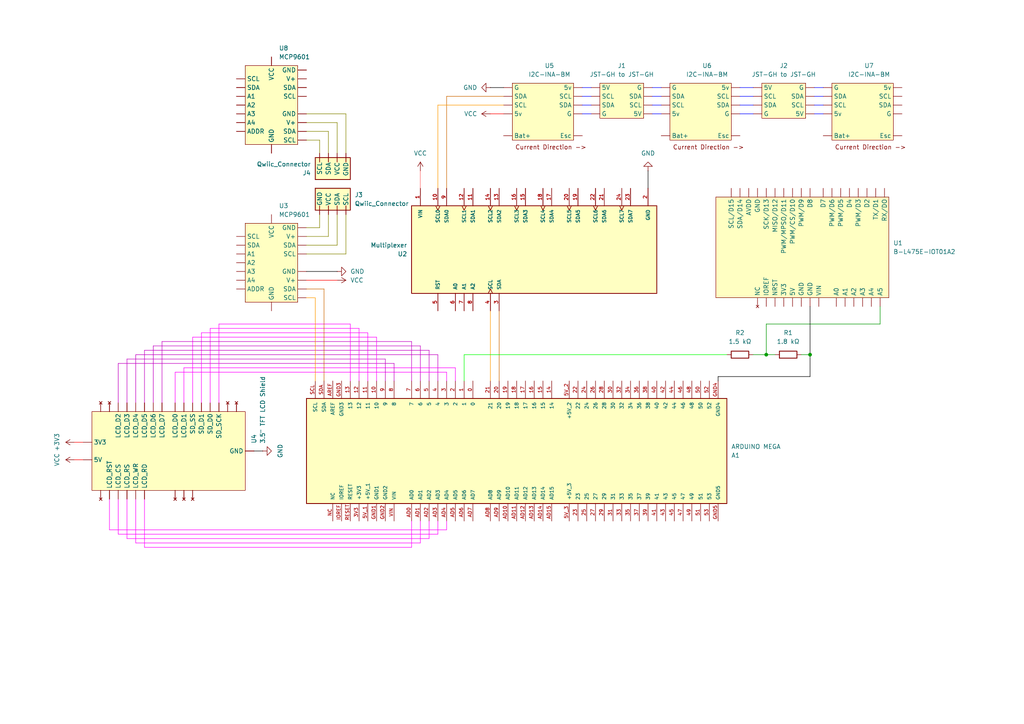
<source format=kicad_sch>
(kicad_sch
	(version 20250114)
	(generator "eeschema")
	(generator_version "9.0")
	(uuid "093f7e89-1b19-4ce5-a043-d3ea5082317e")
	(paper "A4")
	(lib_symbols
		(symbol "2717:2717"
			(pin_names
				(offset 1.016)
			)
			(exclude_from_sim no)
			(in_bom yes)
			(on_board yes)
			(property "Reference" "U"
				(at -12.7 36.322 0)
				(effects
					(font
						(size 1.27 1.27)
					)
					(justify left bottom)
				)
			)
			(property "Value" "2717"
				(at -12.7 -38.1 0)
				(effects
					(font
						(size 1.27 1.27)
					)
					(justify left bottom)
				)
			)
			(property "Footprint" "2717:MODULE_2717"
				(at 0 0 0)
				(effects
					(font
						(size 1.27 1.27)
					)
					(justify bottom)
					(hide yes)
				)
			)
			(property "Datasheet" ""
				(at 0 0 0)
				(effects
					(font
						(size 1.27 1.27)
					)
					(hide yes)
				)
			)
			(property "Description" ""
				(at 0 0 0)
				(effects
					(font
						(size 1.27 1.27)
					)
					(hide yes)
				)
			)
			(property "MF" "Adafruit"
				(at 0 0 0)
				(effects
					(font
						(size 1.27 1.27)
					)
					(justify bottom)
					(hide yes)
				)
			)
			(property "MAXIMUM_PACKAGE_HEIGHT" "2.7mm"
				(at 0 0 0)
				(effects
					(font
						(size 1.27 1.27)
					)
					(justify bottom)
					(hide yes)
				)
			)
			(property "Package" "None"
				(at 0 0 0)
				(effects
					(font
						(size 1.27 1.27)
					)
					(justify bottom)
					(hide yes)
				)
			)
			(property "Price" "None"
				(at 0 0 0)
				(effects
					(font
						(size 1.27 1.27)
					)
					(justify bottom)
					(hide yes)
				)
			)
			(property "Check_prices" "https://www.snapeda.com/parts/2717/Adafruit+Industries/view-part/?ref=eda"
				(at 0 0 0)
				(effects
					(font
						(size 1.27 1.27)
					)
					(justify bottom)
					(hide yes)
				)
			)
			(property "STANDARD" "Manufacturer Recommendations"
				(at 0 0 0)
				(effects
					(font
						(size 1.27 1.27)
					)
					(justify bottom)
					(hide yes)
				)
			)
			(property "PARTREV" "Sep 11, 2015"
				(at 0 0 0)
				(effects
					(font
						(size 1.27 1.27)
					)
					(justify bottom)
					(hide yes)
				)
			)
			(property "SnapEDA_Link" "https://www.snapeda.com/parts/2717/Adafruit+Industries/view-part/?ref=snap"
				(at 0 0 0)
				(effects
					(font
						(size 1.27 1.27)
					)
					(justify bottom)
					(hide yes)
				)
			)
			(property "MP" "2717"
				(at 0 0 0)
				(effects
					(font
						(size 1.27 1.27)
					)
					(justify bottom)
					(hide yes)
				)
			)
			(property "Description_1" "Module: multiplexer; I2C interface multiplexer; TCA9548A; 3÷5VDC"
				(at 0 0 0)
				(effects
					(font
						(size 1.27 1.27)
					)
					(justify bottom)
					(hide yes)
				)
			)
			(property "MANUFACTURER" "Adafruit"
				(at 0 0 0)
				(effects
					(font
						(size 1.27 1.27)
					)
					(justify bottom)
					(hide yes)
				)
			)
			(property "Availability" "In Stock"
				(at 0 0 0)
				(effects
					(font
						(size 1.27 1.27)
					)
					(justify bottom)
					(hide yes)
				)
			)
			(property "SNAPEDA_PN" "2717"
				(at 0 0 0)
				(effects
					(font
						(size 1.27 1.27)
					)
					(justify bottom)
					(hide yes)
				)
			)
			(symbol "2717_0_0"
				(rectangle
					(start -12.7 -35.56)
					(end 12.7 35.56)
					(stroke
						(width 0.254)
						(type default)
					)
					(fill
						(type background)
					)
				)
				(pin input line
					(at -17.78 27.94 0)
					(length 5.08)
					(name "RST"
						(effects
							(font
								(size 1.016 1.016)
							)
						)
					)
					(number "5"
						(effects
							(font
								(size 1.016 1.016)
							)
						)
					)
				)
				(pin input line
					(at -17.78 22.86 0)
					(length 5.08)
					(name "A0"
						(effects
							(font
								(size 1.016 1.016)
							)
						)
					)
					(number "6"
						(effects
							(font
								(size 1.016 1.016)
							)
						)
					)
				)
				(pin input line
					(at -17.78 20.32 0)
					(length 5.08)
					(name "A1"
						(effects
							(font
								(size 1.016 1.016)
							)
						)
					)
					(number "7"
						(effects
							(font
								(size 1.016 1.016)
							)
						)
					)
				)
				(pin input line
					(at -17.78 17.78 0)
					(length 5.08)
					(name "A2"
						(effects
							(font
								(size 1.016 1.016)
							)
						)
					)
					(number "8"
						(effects
							(font
								(size 1.016 1.016)
							)
						)
					)
				)
				(pin input clock
					(at -17.78 12.7 0)
					(length 5.08)
					(name "SCL"
						(effects
							(font
								(size 1.016 1.016)
							)
						)
					)
					(number "4"
						(effects
							(font
								(size 1.016 1.016)
							)
						)
					)
				)
				(pin bidirectional line
					(at -17.78 10.16 0)
					(length 5.08)
					(name "SDA"
						(effects
							(font
								(size 1.016 1.016)
							)
						)
					)
					(number "3"
						(effects
							(font
								(size 1.016 1.016)
							)
						)
					)
				)
				(pin power_in line
					(at 17.78 33.02 180)
					(length 5.08)
					(name "VIN"
						(effects
							(font
								(size 1.016 1.016)
							)
						)
					)
					(number "1"
						(effects
							(font
								(size 1.016 1.016)
							)
						)
					)
				)
				(pin output clock
					(at 17.78 27.94 180)
					(length 5.08)
					(name "SCL0"
						(effects
							(font
								(size 1.016 1.016)
							)
						)
					)
					(number "10"
						(effects
							(font
								(size 1.016 1.016)
							)
						)
					)
				)
				(pin bidirectional line
					(at 17.78 25.4 180)
					(length 5.08)
					(name "SDA0"
						(effects
							(font
								(size 1.016 1.016)
							)
						)
					)
					(number "9"
						(effects
							(font
								(size 1.016 1.016)
							)
						)
					)
				)
				(pin output clock
					(at 17.78 20.32 180)
					(length 5.08)
					(name "SCL1"
						(effects
							(font
								(size 1.016 1.016)
							)
						)
					)
					(number "12"
						(effects
							(font
								(size 1.016 1.016)
							)
						)
					)
				)
				(pin bidirectional line
					(at 17.78 17.78 180)
					(length 5.08)
					(name "SDA1"
						(effects
							(font
								(size 1.016 1.016)
							)
						)
					)
					(number "11"
						(effects
							(font
								(size 1.016 1.016)
							)
						)
					)
				)
				(pin output clock
					(at 17.78 12.7 180)
					(length 5.08)
					(name "SCL2"
						(effects
							(font
								(size 1.016 1.016)
							)
						)
					)
					(number "14"
						(effects
							(font
								(size 1.016 1.016)
							)
						)
					)
				)
				(pin bidirectional line
					(at 17.78 10.16 180)
					(length 5.08)
					(name "SDA2"
						(effects
							(font
								(size 1.016 1.016)
							)
						)
					)
					(number "13"
						(effects
							(font
								(size 1.016 1.016)
							)
						)
					)
				)
				(pin output clock
					(at 17.78 5.08 180)
					(length 5.08)
					(name "SCL3"
						(effects
							(font
								(size 1.016 1.016)
							)
						)
					)
					(number "16"
						(effects
							(font
								(size 1.016 1.016)
							)
						)
					)
				)
				(pin bidirectional line
					(at 17.78 2.54 180)
					(length 5.08)
					(name "SDA3"
						(effects
							(font
								(size 1.016 1.016)
							)
						)
					)
					(number "15"
						(effects
							(font
								(size 1.016 1.016)
							)
						)
					)
				)
				(pin output clock
					(at 17.78 -2.54 180)
					(length 5.08)
					(name "SCL4"
						(effects
							(font
								(size 1.016 1.016)
							)
						)
					)
					(number "18"
						(effects
							(font
								(size 1.016 1.016)
							)
						)
					)
				)
				(pin bidirectional line
					(at 17.78 -5.08 180)
					(length 5.08)
					(name "SDA4"
						(effects
							(font
								(size 1.016 1.016)
							)
						)
					)
					(number "17"
						(effects
							(font
								(size 1.016 1.016)
							)
						)
					)
				)
				(pin output clock
					(at 17.78 -10.16 180)
					(length 5.08)
					(name "SCL5"
						(effects
							(font
								(size 1.016 1.016)
							)
						)
					)
					(number "20"
						(effects
							(font
								(size 1.016 1.016)
							)
						)
					)
				)
				(pin bidirectional line
					(at 17.78 -12.7 180)
					(length 5.08)
					(name "SDA5"
						(effects
							(font
								(size 1.016 1.016)
							)
						)
					)
					(number "19"
						(effects
							(font
								(size 1.016 1.016)
							)
						)
					)
				)
				(pin output clock
					(at 17.78 -17.78 180)
					(length 5.08)
					(name "SCL6"
						(effects
							(font
								(size 1.016 1.016)
							)
						)
					)
					(number "22"
						(effects
							(font
								(size 1.016 1.016)
							)
						)
					)
				)
				(pin bidirectional line
					(at 17.78 -20.32 180)
					(length 5.08)
					(name "SDA6"
						(effects
							(font
								(size 1.016 1.016)
							)
						)
					)
					(number "21"
						(effects
							(font
								(size 1.016 1.016)
							)
						)
					)
				)
				(pin output clock
					(at 17.78 -25.4 180)
					(length 5.08)
					(name "SCL7"
						(effects
							(font
								(size 1.016 1.016)
							)
						)
					)
					(number "24"
						(effects
							(font
								(size 1.016 1.016)
							)
						)
					)
				)
				(pin bidirectional line
					(at 17.78 -27.94 180)
					(length 5.08)
					(name "SDA7"
						(effects
							(font
								(size 1.016 1.016)
							)
						)
					)
					(number "23"
						(effects
							(font
								(size 1.016 1.016)
							)
						)
					)
				)
				(pin power_in line
					(at 17.78 -33.02 180)
					(length 5.08)
					(name "GND"
						(effects
							(font
								(size 1.016 1.016)
							)
						)
					)
					(number "2"
						(effects
							(font
								(size 1.016 1.016)
							)
						)
					)
				)
			)
			(embedded_fonts no)
		)
		(symbol "A000067:A000067"
			(pin_names
				(offset 1.016)
			)
			(exclude_from_sim no)
			(in_bom yes)
			(on_board yes)
			(property "Reference" "A"
				(at -15.24 61.595 0)
				(effects
					(font
						(size 1.27 1.27)
					)
					(justify left bottom)
				)
			)
			(property "Value" "A000067"
				(at -15.24 -63.5 0)
				(effects
					(font
						(size 1.27 1.27)
					)
					(justify left bottom)
				)
			)
			(property "Footprint" "A000067:MODULE_A000067"
				(at 0 0 0)
				(effects
					(font
						(size 1.27 1.27)
					)
					(justify bottom)
					(hide yes)
				)
			)
			(property "Datasheet" ""
				(at 0 0 0)
				(effects
					(font
						(size 1.27 1.27)
					)
					(hide yes)
				)
			)
			(property "Description" ""
				(at 0 0 0)
				(effects
					(font
						(size 1.27 1.27)
					)
					(hide yes)
				)
			)
			(property "MF" "Arduino"
				(at 0 0 0)
				(effects
					(font
						(size 1.27 1.27)
					)
					(justify bottom)
					(hide yes)
				)
			)
			(property "MAXIMUM_PACKAGE_HEIGHT" "N/A"
				(at 0 0 0)
				(effects
					(font
						(size 1.27 1.27)
					)
					(justify bottom)
					(hide yes)
				)
			)
			(property "Package" "Non-Standard Arduino"
				(at 0 0 0)
				(effects
					(font
						(size 1.27 1.27)
					)
					(justify bottom)
					(hide yes)
				)
			)
			(property "Price" "None"
				(at 0 0 0)
				(effects
					(font
						(size 1.27 1.27)
					)
					(justify bottom)
					(hide yes)
				)
			)
			(property "Check_prices" "https://www.snapeda.com/parts/A000067/Arduino/view-part/?ref=eda"
				(at 0 0 0)
				(effects
					(font
						(size 1.27 1.27)
					)
					(justify bottom)
					(hide yes)
				)
			)
			(property "STANDARD" "Manufacturer Recommendations"
				(at 0 0 0)
				(effects
					(font
						(size 1.27 1.27)
					)
					(justify bottom)
					(hide yes)
				)
			)
			(property "PARTREV" "3"
				(at 0 0 0)
				(effects
					(font
						(size 1.27 1.27)
					)
					(justify bottom)
					(hide yes)
				)
			)
			(property "SnapEDA_Link" "https://www.snapeda.com/parts/A000067/Arduino/view-part/?ref=snap"
				(at 0 0 0)
				(effects
					(font
						(size 1.27 1.27)
					)
					(justify bottom)
					(hide yes)
				)
			)
			(property "MP" "A000067"
				(at 0 0 0)
				(effects
					(font
						(size 1.27 1.27)
					)
					(justify bottom)
					(hide yes)
				)
			)
			(property "Description_1" "Arduino Mega 2560 Rev3 Microcontroller Board, ATmega2560 | Arduino A000067"
				(at 0 0 0)
				(effects
					(font
						(size 1.27 1.27)
					)
					(justify bottom)
					(hide yes)
				)
			)
			(property "Availability" "In Stock"
				(at 0 0 0)
				(effects
					(font
						(size 1.27 1.27)
					)
					(justify bottom)
					(hide yes)
				)
			)
			(property "MANUFACTURER" "Arduino"
				(at 0 0 0)
				(effects
					(font
						(size 1.27 1.27)
					)
					(justify bottom)
					(hide yes)
				)
			)
			(symbol "A000067_0_0"
				(rectangle
					(start -15.24 -60.96)
					(end 15.24 60.96)
					(stroke
						(width 0.254)
						(type default)
					)
					(fill
						(type background)
					)
				)
				(pin passive line
					(at -20.32 53.34 0)
					(length 5.08)
					(name "NC"
						(effects
							(font
								(size 1.016 1.016)
							)
						)
					)
					(number "NC"
						(effects
							(font
								(size 1.016 1.016)
							)
						)
					)
				)
				(pin passive line
					(at -20.32 50.8 0)
					(length 5.08)
					(name "IOREF"
						(effects
							(font
								(size 1.016 1.016)
							)
						)
					)
					(number "IOREF"
						(effects
							(font
								(size 1.016 1.016)
							)
						)
					)
				)
				(pin passive line
					(at -20.32 48.26 0)
					(length 5.08)
					(name "RESET"
						(effects
							(font
								(size 1.016 1.016)
							)
						)
					)
					(number "RESET"
						(effects
							(font
								(size 1.016 1.016)
							)
						)
					)
				)
				(pin passive line
					(at -20.32 45.72 0)
					(length 5.08)
					(name "+3V3"
						(effects
							(font
								(size 1.016 1.016)
							)
						)
					)
					(number "3V3"
						(effects
							(font
								(size 1.016 1.016)
							)
						)
					)
				)
				(pin passive line
					(at -20.32 43.18 0)
					(length 5.08)
					(name "+5V_1"
						(effects
							(font
								(size 1.016 1.016)
							)
						)
					)
					(number "5V_1"
						(effects
							(font
								(size 1.016 1.016)
							)
						)
					)
				)
				(pin passive line
					(at -20.32 40.64 0)
					(length 5.08)
					(name "GND1"
						(effects
							(font
								(size 1.016 1.016)
							)
						)
					)
					(number "GND1"
						(effects
							(font
								(size 1.016 1.016)
							)
						)
					)
				)
				(pin passive line
					(at -20.32 38.1 0)
					(length 5.08)
					(name "GND2"
						(effects
							(font
								(size 1.016 1.016)
							)
						)
					)
					(number "GND2"
						(effects
							(font
								(size 1.016 1.016)
							)
						)
					)
				)
				(pin passive line
					(at -20.32 35.56 0)
					(length 5.08)
					(name "VIN"
						(effects
							(font
								(size 1.016 1.016)
							)
						)
					)
					(number "VIN"
						(effects
							(font
								(size 1.016 1.016)
							)
						)
					)
				)
				(pin passive line
					(at -20.32 30.48 0)
					(length 5.08)
					(name "AD0"
						(effects
							(font
								(size 1.016 1.016)
							)
						)
					)
					(number "AD0"
						(effects
							(font
								(size 1.016 1.016)
							)
						)
					)
				)
				(pin passive line
					(at -20.32 27.94 0)
					(length 5.08)
					(name "AD1"
						(effects
							(font
								(size 1.016 1.016)
							)
						)
					)
					(number "AD1"
						(effects
							(font
								(size 1.016 1.016)
							)
						)
					)
				)
				(pin passive line
					(at -20.32 25.4 0)
					(length 5.08)
					(name "AD2"
						(effects
							(font
								(size 1.016 1.016)
							)
						)
					)
					(number "AD2"
						(effects
							(font
								(size 1.016 1.016)
							)
						)
					)
				)
				(pin passive line
					(at -20.32 22.86 0)
					(length 5.08)
					(name "AD3"
						(effects
							(font
								(size 1.016 1.016)
							)
						)
					)
					(number "AD3"
						(effects
							(font
								(size 1.016 1.016)
							)
						)
					)
				)
				(pin passive line
					(at -20.32 20.32 0)
					(length 5.08)
					(name "AD4"
						(effects
							(font
								(size 1.016 1.016)
							)
						)
					)
					(number "AD4"
						(effects
							(font
								(size 1.016 1.016)
							)
						)
					)
				)
				(pin passive line
					(at -20.32 17.78 0)
					(length 5.08)
					(name "AD5"
						(effects
							(font
								(size 1.016 1.016)
							)
						)
					)
					(number "AD5"
						(effects
							(font
								(size 1.016 1.016)
							)
						)
					)
				)
				(pin passive line
					(at -20.32 15.24 0)
					(length 5.08)
					(name "AD6"
						(effects
							(font
								(size 1.016 1.016)
							)
						)
					)
					(number "AD6"
						(effects
							(font
								(size 1.016 1.016)
							)
						)
					)
				)
				(pin passive line
					(at -20.32 12.7 0)
					(length 5.08)
					(name "AD7"
						(effects
							(font
								(size 1.016 1.016)
							)
						)
					)
					(number "AD7"
						(effects
							(font
								(size 1.016 1.016)
							)
						)
					)
				)
				(pin passive line
					(at -20.32 7.62 0)
					(length 5.08)
					(name "AD8"
						(effects
							(font
								(size 1.016 1.016)
							)
						)
					)
					(number "AD8"
						(effects
							(font
								(size 1.016 1.016)
							)
						)
					)
				)
				(pin passive line
					(at -20.32 5.08 0)
					(length 5.08)
					(name "AD9"
						(effects
							(font
								(size 1.016 1.016)
							)
						)
					)
					(number "AD9"
						(effects
							(font
								(size 1.016 1.016)
							)
						)
					)
				)
				(pin passive line
					(at -20.32 2.54 0)
					(length 5.08)
					(name "AD10"
						(effects
							(font
								(size 1.016 1.016)
							)
						)
					)
					(number "AD10"
						(effects
							(font
								(size 1.016 1.016)
							)
						)
					)
				)
				(pin passive line
					(at -20.32 0 0)
					(length 5.08)
					(name "AD11"
						(effects
							(font
								(size 1.016 1.016)
							)
						)
					)
					(number "AD11"
						(effects
							(font
								(size 1.016 1.016)
							)
						)
					)
				)
				(pin passive line
					(at -20.32 -2.54 0)
					(length 5.08)
					(name "AD12"
						(effects
							(font
								(size 1.016 1.016)
							)
						)
					)
					(number "AD12"
						(effects
							(font
								(size 1.016 1.016)
							)
						)
					)
				)
				(pin passive line
					(at -20.32 -5.08 0)
					(length 5.08)
					(name "AD13"
						(effects
							(font
								(size 1.016 1.016)
							)
						)
					)
					(number "AD13"
						(effects
							(font
								(size 1.016 1.016)
							)
						)
					)
				)
				(pin passive line
					(at -20.32 -7.62 0)
					(length 5.08)
					(name "AD14"
						(effects
							(font
								(size 1.016 1.016)
							)
						)
					)
					(number "AD14"
						(effects
							(font
								(size 1.016 1.016)
							)
						)
					)
				)
				(pin passive line
					(at -20.32 -10.16 0)
					(length 5.08)
					(name "AD15"
						(effects
							(font
								(size 1.016 1.016)
							)
						)
					)
					(number "AD15"
						(effects
							(font
								(size 1.016 1.016)
							)
						)
					)
				)
				(pin passive line
					(at -20.32 -15.24 0)
					(length 5.08)
					(name "+5V_3"
						(effects
							(font
								(size 1.016 1.016)
							)
						)
					)
					(number "5V_3"
						(effects
							(font
								(size 1.016 1.016)
							)
						)
					)
				)
				(pin passive line
					(at -20.32 -17.78 0)
					(length 5.08)
					(name "23"
						(effects
							(font
								(size 1.016 1.016)
							)
						)
					)
					(number "23"
						(effects
							(font
								(size 1.016 1.016)
							)
						)
					)
				)
				(pin passive line
					(at -20.32 -20.32 0)
					(length 5.08)
					(name "25"
						(effects
							(font
								(size 1.016 1.016)
							)
						)
					)
					(number "25"
						(effects
							(font
								(size 1.016 1.016)
							)
						)
					)
				)
				(pin passive line
					(at -20.32 -22.86 0)
					(length 5.08)
					(name "27"
						(effects
							(font
								(size 1.016 1.016)
							)
						)
					)
					(number "27"
						(effects
							(font
								(size 1.016 1.016)
							)
						)
					)
				)
				(pin passive line
					(at -20.32 -25.4 0)
					(length 5.08)
					(name "29"
						(effects
							(font
								(size 1.016 1.016)
							)
						)
					)
					(number "29"
						(effects
							(font
								(size 1.016 1.016)
							)
						)
					)
				)
				(pin passive line
					(at -20.32 -27.94 0)
					(length 5.08)
					(name "31"
						(effects
							(font
								(size 1.016 1.016)
							)
						)
					)
					(number "31"
						(effects
							(font
								(size 1.016 1.016)
							)
						)
					)
				)
				(pin passive line
					(at -20.32 -30.48 0)
					(length 5.08)
					(name "33"
						(effects
							(font
								(size 1.016 1.016)
							)
						)
					)
					(number "33"
						(effects
							(font
								(size 1.016 1.016)
							)
						)
					)
				)
				(pin passive line
					(at -20.32 -33.02 0)
					(length 5.08)
					(name "35"
						(effects
							(font
								(size 1.016 1.016)
							)
						)
					)
					(number "35"
						(effects
							(font
								(size 1.016 1.016)
							)
						)
					)
				)
				(pin passive line
					(at -20.32 -35.56 0)
					(length 5.08)
					(name "37"
						(effects
							(font
								(size 1.016 1.016)
							)
						)
					)
					(number "37"
						(effects
							(font
								(size 1.016 1.016)
							)
						)
					)
				)
				(pin passive line
					(at -20.32 -38.1 0)
					(length 5.08)
					(name "39"
						(effects
							(font
								(size 1.016 1.016)
							)
						)
					)
					(number "39"
						(effects
							(font
								(size 1.016 1.016)
							)
						)
					)
				)
				(pin passive line
					(at -20.32 -40.64 0)
					(length 5.08)
					(name "41"
						(effects
							(font
								(size 1.016 1.016)
							)
						)
					)
					(number "41"
						(effects
							(font
								(size 1.016 1.016)
							)
						)
					)
				)
				(pin passive line
					(at -20.32 -43.18 0)
					(length 5.08)
					(name "43"
						(effects
							(font
								(size 1.016 1.016)
							)
						)
					)
					(number "43"
						(effects
							(font
								(size 1.016 1.016)
							)
						)
					)
				)
				(pin passive line
					(at -20.32 -45.72 0)
					(length 5.08)
					(name "45"
						(effects
							(font
								(size 1.016 1.016)
							)
						)
					)
					(number "45"
						(effects
							(font
								(size 1.016 1.016)
							)
						)
					)
				)
				(pin passive line
					(at -20.32 -48.26 0)
					(length 5.08)
					(name "47"
						(effects
							(font
								(size 1.016 1.016)
							)
						)
					)
					(number "47"
						(effects
							(font
								(size 1.016 1.016)
							)
						)
					)
				)
				(pin passive line
					(at -20.32 -50.8 0)
					(length 5.08)
					(name "49"
						(effects
							(font
								(size 1.016 1.016)
							)
						)
					)
					(number "49"
						(effects
							(font
								(size 1.016 1.016)
							)
						)
					)
				)
				(pin passive line
					(at -20.32 -53.34 0)
					(length 5.08)
					(name "51"
						(effects
							(font
								(size 1.016 1.016)
							)
						)
					)
					(number "51"
						(effects
							(font
								(size 1.016 1.016)
							)
						)
					)
				)
				(pin passive line
					(at -20.32 -55.88 0)
					(length 5.08)
					(name "53"
						(effects
							(font
								(size 1.016 1.016)
							)
						)
					)
					(number "53"
						(effects
							(font
								(size 1.016 1.016)
							)
						)
					)
				)
				(pin passive line
					(at -20.32 -58.42 0)
					(length 5.08)
					(name "GND5"
						(effects
							(font
								(size 1.016 1.016)
							)
						)
					)
					(number "GND5"
						(effects
							(font
								(size 1.016 1.016)
							)
						)
					)
				)
				(pin passive line
					(at 20.32 58.42 180)
					(length 5.08)
					(name "SCL"
						(effects
							(font
								(size 1.016 1.016)
							)
						)
					)
					(number "SCL"
						(effects
							(font
								(size 1.016 1.016)
							)
						)
					)
				)
				(pin passive line
					(at 20.32 55.88 180)
					(length 5.08)
					(name "SDA"
						(effects
							(font
								(size 1.016 1.016)
							)
						)
					)
					(number "SDA"
						(effects
							(font
								(size 1.016 1.016)
							)
						)
					)
				)
				(pin passive line
					(at 20.32 53.34 180)
					(length 5.08)
					(name "AREF"
						(effects
							(font
								(size 1.016 1.016)
							)
						)
					)
					(number "AREF"
						(effects
							(font
								(size 1.016 1.016)
							)
						)
					)
				)
				(pin passive line
					(at 20.32 50.8 180)
					(length 5.08)
					(name "GND3"
						(effects
							(font
								(size 1.016 1.016)
							)
						)
					)
					(number "GND3"
						(effects
							(font
								(size 1.016 1.016)
							)
						)
					)
				)
				(pin passive line
					(at 20.32 48.26 180)
					(length 5.08)
					(name "13"
						(effects
							(font
								(size 1.016 1.016)
							)
						)
					)
					(number "13"
						(effects
							(font
								(size 1.016 1.016)
							)
						)
					)
				)
				(pin passive line
					(at 20.32 45.72 180)
					(length 5.08)
					(name "12"
						(effects
							(font
								(size 1.016 1.016)
							)
						)
					)
					(number "12"
						(effects
							(font
								(size 1.016 1.016)
							)
						)
					)
				)
				(pin passive line
					(at 20.32 43.18 180)
					(length 5.08)
					(name "11"
						(effects
							(font
								(size 1.016 1.016)
							)
						)
					)
					(number "11"
						(effects
							(font
								(size 1.016 1.016)
							)
						)
					)
				)
				(pin passive line
					(at 20.32 40.64 180)
					(length 5.08)
					(name "10"
						(effects
							(font
								(size 1.016 1.016)
							)
						)
					)
					(number "10"
						(effects
							(font
								(size 1.016 1.016)
							)
						)
					)
				)
				(pin passive line
					(at 20.32 38.1 180)
					(length 5.08)
					(name "9"
						(effects
							(font
								(size 1.016 1.016)
							)
						)
					)
					(number "9"
						(effects
							(font
								(size 1.016 1.016)
							)
						)
					)
				)
				(pin passive line
					(at 20.32 35.56 180)
					(length 5.08)
					(name "8"
						(effects
							(font
								(size 1.016 1.016)
							)
						)
					)
					(number "8"
						(effects
							(font
								(size 1.016 1.016)
							)
						)
					)
				)
				(pin passive line
					(at 20.32 30.48 180)
					(length 5.08)
					(name "7"
						(effects
							(font
								(size 1.016 1.016)
							)
						)
					)
					(number "7"
						(effects
							(font
								(size 1.016 1.016)
							)
						)
					)
				)
				(pin passive line
					(at 20.32 27.94 180)
					(length 5.08)
					(name "6"
						(effects
							(font
								(size 1.016 1.016)
							)
						)
					)
					(number "6"
						(effects
							(font
								(size 1.016 1.016)
							)
						)
					)
				)
				(pin passive line
					(at 20.32 25.4 180)
					(length 5.08)
					(name "5"
						(effects
							(font
								(size 1.016 1.016)
							)
						)
					)
					(number "5"
						(effects
							(font
								(size 1.016 1.016)
							)
						)
					)
				)
				(pin passive line
					(at 20.32 22.86 180)
					(length 5.08)
					(name "4"
						(effects
							(font
								(size 1.016 1.016)
							)
						)
					)
					(number "4"
						(effects
							(font
								(size 1.016 1.016)
							)
						)
					)
				)
				(pin passive line
					(at 20.32 20.32 180)
					(length 5.08)
					(name "3"
						(effects
							(font
								(size 1.016 1.016)
							)
						)
					)
					(number "3"
						(effects
							(font
								(size 1.016 1.016)
							)
						)
					)
				)
				(pin passive line
					(at 20.32 17.78 180)
					(length 5.08)
					(name "2"
						(effects
							(font
								(size 1.016 1.016)
							)
						)
					)
					(number "2"
						(effects
							(font
								(size 1.016 1.016)
							)
						)
					)
				)
				(pin passive line
					(at 20.32 15.24 180)
					(length 5.08)
					(name "1"
						(effects
							(font
								(size 1.016 1.016)
							)
						)
					)
					(number "1"
						(effects
							(font
								(size 1.016 1.016)
							)
						)
					)
				)
				(pin passive line
					(at 20.32 12.7 180)
					(length 5.08)
					(name "0"
						(effects
							(font
								(size 1.016 1.016)
							)
						)
					)
					(number "0"
						(effects
							(font
								(size 1.016 1.016)
							)
						)
					)
				)
				(pin passive line
					(at 20.32 7.62 180)
					(length 5.08)
					(name "21"
						(effects
							(font
								(size 1.016 1.016)
							)
						)
					)
					(number "21"
						(effects
							(font
								(size 1.016 1.016)
							)
						)
					)
				)
				(pin passive line
					(at 20.32 5.08 180)
					(length 5.08)
					(name "20"
						(effects
							(font
								(size 1.016 1.016)
							)
						)
					)
					(number "20"
						(effects
							(font
								(size 1.016 1.016)
							)
						)
					)
				)
				(pin passive line
					(at 20.32 2.54 180)
					(length 5.08)
					(name "19"
						(effects
							(font
								(size 1.016 1.016)
							)
						)
					)
					(number "19"
						(effects
							(font
								(size 1.016 1.016)
							)
						)
					)
				)
				(pin passive line
					(at 20.32 0 180)
					(length 5.08)
					(name "18"
						(effects
							(font
								(size 1.016 1.016)
							)
						)
					)
					(number "18"
						(effects
							(font
								(size 1.016 1.016)
							)
						)
					)
				)
				(pin passive line
					(at 20.32 -2.54 180)
					(length 5.08)
					(name "17"
						(effects
							(font
								(size 1.016 1.016)
							)
						)
					)
					(number "17"
						(effects
							(font
								(size 1.016 1.016)
							)
						)
					)
				)
				(pin passive line
					(at 20.32 -5.08 180)
					(length 5.08)
					(name "16"
						(effects
							(font
								(size 1.016 1.016)
							)
						)
					)
					(number "16"
						(effects
							(font
								(size 1.016 1.016)
							)
						)
					)
				)
				(pin passive line
					(at 20.32 -7.62 180)
					(length 5.08)
					(name "15"
						(effects
							(font
								(size 1.016 1.016)
							)
						)
					)
					(number "15"
						(effects
							(font
								(size 1.016 1.016)
							)
						)
					)
				)
				(pin passive line
					(at 20.32 -10.16 180)
					(length 5.08)
					(name "14"
						(effects
							(font
								(size 1.016 1.016)
							)
						)
					)
					(number "14"
						(effects
							(font
								(size 1.016 1.016)
							)
						)
					)
				)
				(pin passive line
					(at 20.32 -15.24 180)
					(length 5.08)
					(name "+5V_2"
						(effects
							(font
								(size 1.016 1.016)
							)
						)
					)
					(number "5V_2"
						(effects
							(font
								(size 1.016 1.016)
							)
						)
					)
				)
				(pin passive line
					(at 20.32 -17.78 180)
					(length 5.08)
					(name "22"
						(effects
							(font
								(size 1.016 1.016)
							)
						)
					)
					(number "22"
						(effects
							(font
								(size 1.016 1.016)
							)
						)
					)
				)
				(pin passive line
					(at 20.32 -20.32 180)
					(length 5.08)
					(name "24"
						(effects
							(font
								(size 1.016 1.016)
							)
						)
					)
					(number "24"
						(effects
							(font
								(size 1.016 1.016)
							)
						)
					)
				)
				(pin passive line
					(at 20.32 -22.86 180)
					(length 5.08)
					(name "26"
						(effects
							(font
								(size 1.016 1.016)
							)
						)
					)
					(number "26"
						(effects
							(font
								(size 1.016 1.016)
							)
						)
					)
				)
				(pin passive line
					(at 20.32 -25.4 180)
					(length 5.08)
					(name "28"
						(effects
							(font
								(size 1.016 1.016)
							)
						)
					)
					(number "28"
						(effects
							(font
								(size 1.016 1.016)
							)
						)
					)
				)
				(pin passive line
					(at 20.32 -27.94 180)
					(length 5.08)
					(name "30"
						(effects
							(font
								(size 1.016 1.016)
							)
						)
					)
					(number "30"
						(effects
							(font
								(size 1.016 1.016)
							)
						)
					)
				)
				(pin passive line
					(at 20.32 -30.48 180)
					(length 5.08)
					(name "32"
						(effects
							(font
								(size 1.016 1.016)
							)
						)
					)
					(number "32"
						(effects
							(font
								(size 1.016 1.016)
							)
						)
					)
				)
				(pin passive line
					(at 20.32 -33.02 180)
					(length 5.08)
					(name "34"
						(effects
							(font
								(size 1.016 1.016)
							)
						)
					)
					(number "34"
						(effects
							(font
								(size 1.016 1.016)
							)
						)
					)
				)
				(pin passive line
					(at 20.32 -35.56 180)
					(length 5.08)
					(name "36"
						(effects
							(font
								(size 1.016 1.016)
							)
						)
					)
					(number "36"
						(effects
							(font
								(size 1.016 1.016)
							)
						)
					)
				)
				(pin passive line
					(at 20.32 -38.1 180)
					(length 5.08)
					(name "38"
						(effects
							(font
								(size 1.016 1.016)
							)
						)
					)
					(number "38"
						(effects
							(font
								(size 1.016 1.016)
							)
						)
					)
				)
				(pin passive line
					(at 20.32 -40.64 180)
					(length 5.08)
					(name "40"
						(effects
							(font
								(size 1.016 1.016)
							)
						)
					)
					(number "40"
						(effects
							(font
								(size 1.016 1.016)
							)
						)
					)
				)
				(pin passive line
					(at 20.32 -43.18 180)
					(length 5.08)
					(name "42"
						(effects
							(font
								(size 1.016 1.016)
							)
						)
					)
					(number "42"
						(effects
							(font
								(size 1.016 1.016)
							)
						)
					)
				)
				(pin passive line
					(at 20.32 -45.72 180)
					(length 5.08)
					(name "44"
						(effects
							(font
								(size 1.016 1.016)
							)
						)
					)
					(number "44"
						(effects
							(font
								(size 1.016 1.016)
							)
						)
					)
				)
				(pin passive line
					(at 20.32 -48.26 180)
					(length 5.08)
					(name "46"
						(effects
							(font
								(size 1.016 1.016)
							)
						)
					)
					(number "46"
						(effects
							(font
								(size 1.016 1.016)
							)
						)
					)
				)
				(pin passive line
					(at 20.32 -50.8 180)
					(length 5.08)
					(name "48"
						(effects
							(font
								(size 1.016 1.016)
							)
						)
					)
					(number "48"
						(effects
							(font
								(size 1.016 1.016)
							)
						)
					)
				)
				(pin passive line
					(at 20.32 -53.34 180)
					(length 5.08)
					(name "50"
						(effects
							(font
								(size 1.016 1.016)
							)
						)
					)
					(number "50"
						(effects
							(font
								(size 1.016 1.016)
							)
						)
					)
				)
				(pin passive line
					(at 20.32 -55.88 180)
					(length 5.08)
					(name "52"
						(effects
							(font
								(size 1.016 1.016)
							)
						)
					)
					(number "52"
						(effects
							(font
								(size 1.016 1.016)
							)
						)
					)
				)
				(pin passive line
					(at 20.32 -58.42 180)
					(length 5.08)
					(name "GND4"
						(effects
							(font
								(size 1.016 1.016)
							)
						)
					)
					(number "GND4"
						(effects
							(font
								(size 1.016 1.016)
							)
						)
					)
				)
			)
			(embedded_fonts no)
		)
		(symbol "B-L475E-IOT01A2:_1"
			(exclude_from_sim no)
			(in_bom yes)
			(on_board yes)
			(property "Reference" "U"
				(at -13.716 27.432 0)
				(effects
					(font
						(size 1.27 1.27)
					)
				)
			)
			(property "Value" ""
				(at -11.43 10.16 0)
				(effects
					(font
						(size 1.27 1.27)
					)
				)
			)
			(property "Footprint" ""
				(at -11.43 10.16 0)
				(effects
					(font
						(size 1.27 1.27)
					)
					(hide yes)
				)
			)
			(property "Datasheet" ""
				(at -11.43 10.16 0)
				(effects
					(font
						(size 1.27 1.27)
					)
					(hide yes)
				)
			)
			(property "Description" ""
				(at -11.43 10.16 0)
				(effects
					(font
						(size 1.27 1.27)
					)
					(hide yes)
				)
			)
			(property "ki_locked" ""
				(at 0 0 0)
				(effects
					(font
						(size 1.27 1.27)
					)
				)
			)
			(symbol "_1_1_1"
				(rectangle
					(start -15.24 24.765)
					(end 13.97 -25.4)
					(stroke
						(width 0)
						(type solid)
					)
					(fill
						(type background)
					)
				)
				(pin no_connect line
					(at -17.78 12.7 0)
					(length 2.54)
					(name "NC"
						(effects
							(font
								(size 1.27 1.27)
							)
						)
					)
					(number ""
						(effects
							(font
								(size 1.27 1.27)
							)
						)
					)
				)
				(pin input line
					(at -17.78 10.16 0)
					(length 2.54)
					(name "IOREF"
						(effects
							(font
								(size 1.27 1.27)
							)
						)
					)
					(number ""
						(effects
							(font
								(size 1.27 1.27)
							)
						)
					)
				)
				(pin input line
					(at -17.78 7.62 0)
					(length 2.54)
					(name "NRST"
						(effects
							(font
								(size 1.27 1.27)
							)
						)
					)
					(number ""
						(effects
							(font
								(size 1.27 1.27)
							)
						)
					)
				)
				(pin power_out line
					(at -17.78 5.08 0)
					(length 2.54)
					(name "3V3"
						(effects
							(font
								(size 1.27 1.27)
							)
						)
					)
					(number ""
						(effects
							(font
								(size 1.27 1.27)
							)
						)
					)
				)
				(pin power_out line
					(at -17.78 2.54 0)
					(length 2.54)
					(name "5V"
						(effects
							(font
								(size 1.27 1.27)
							)
						)
					)
					(number ""
						(effects
							(font
								(size 1.27 1.27)
							)
						)
					)
				)
				(pin power_in line
					(at -17.78 0 0)
					(length 2.54)
					(name "GND"
						(effects
							(font
								(size 1.27 1.27)
							)
						)
					)
					(number ""
						(effects
							(font
								(size 1.27 1.27)
							)
						)
					)
				)
				(pin power_in line
					(at -17.78 -2.54 0)
					(length 2.54)
					(name "GND"
						(effects
							(font
								(size 1.27 1.27)
							)
						)
					)
					(number ""
						(effects
							(font
								(size 1.27 1.27)
							)
						)
					)
				)
				(pin power_in line
					(at -17.78 -5.08 0)
					(length 2.54)
					(name "VIN"
						(effects
							(font
								(size 1.27 1.27)
							)
						)
					)
					(number ""
						(effects
							(font
								(size 1.27 1.27)
							)
						)
					)
				)
				(pin input line
					(at -17.78 -10.16 0)
					(length 2.54)
					(name "A0"
						(effects
							(font
								(size 1.27 1.27)
							)
						)
					)
					(number ""
						(effects
							(font
								(size 1.27 1.27)
							)
						)
					)
				)
				(pin input line
					(at -17.78 -12.7 0)
					(length 2.54)
					(name "A1"
						(effects
							(font
								(size 1.27 1.27)
							)
						)
					)
					(number ""
						(effects
							(font
								(size 1.27 1.27)
							)
						)
					)
				)
				(pin input line
					(at -17.78 -15.24 0)
					(length 2.54)
					(name "A2"
						(effects
							(font
								(size 1.27 1.27)
							)
						)
					)
					(number ""
						(effects
							(font
								(size 1.27 1.27)
							)
						)
					)
				)
				(pin input line
					(at -17.78 -17.78 0)
					(length 2.54)
					(name "A3"
						(effects
							(font
								(size 1.27 1.27)
							)
						)
					)
					(number ""
						(effects
							(font
								(size 1.27 1.27)
							)
						)
					)
				)
				(pin input line
					(at -17.78 -20.32 0)
					(length 2.54)
					(name "A4"
						(effects
							(font
								(size 1.27 1.27)
							)
						)
					)
					(number ""
						(effects
							(font
								(size 1.27 1.27)
							)
						)
					)
				)
				(pin input line
					(at -17.78 -22.86 0)
					(length 2.54)
					(name "A5"
						(effects
							(font
								(size 1.27 1.27)
							)
						)
					)
					(number ""
						(effects
							(font
								(size 1.27 1.27)
							)
						)
					)
				)
				(pin input line
					(at 16.51 20.32 180)
					(length 2.54)
					(name "SCL/D15"
						(effects
							(font
								(size 1.27 1.27)
							)
						)
					)
					(number ""
						(effects
							(font
								(size 1.27 1.27)
							)
						)
					)
				)
				(pin input line
					(at 16.51 17.78 180)
					(length 2.54)
					(name "SDA/D14"
						(effects
							(font
								(size 1.27 1.27)
							)
						)
					)
					(number ""
						(effects
							(font
								(size 1.27 1.27)
							)
						)
					)
				)
				(pin input line
					(at 16.51 15.24 180)
					(length 2.54)
					(name "AVDD"
						(effects
							(font
								(size 1.27 1.27)
							)
						)
					)
					(number ""
						(effects
							(font
								(size 1.27 1.27)
							)
						)
					)
				)
				(pin input line
					(at 16.51 12.7 180)
					(length 2.54)
					(name "GND"
						(effects
							(font
								(size 1.27 1.27)
							)
						)
					)
					(number ""
						(effects
							(font
								(size 1.27 1.27)
							)
						)
					)
				)
				(pin input line
					(at 16.51 10.16 180)
					(length 2.54)
					(name "SCK/D13"
						(effects
							(font
								(size 1.27 1.27)
							)
						)
					)
					(number ""
						(effects
							(font
								(size 1.27 1.27)
							)
						)
					)
				)
				(pin input line
					(at 16.51 7.62 180)
					(length 2.54)
					(name "MISO/D12"
						(effects
							(font
								(size 1.27 1.27)
							)
						)
					)
					(number ""
						(effects
							(font
								(size 1.27 1.27)
							)
						)
					)
				)
				(pin input line
					(at 16.51 5.08 180)
					(length 2.54)
					(name "PWM/MPSO/D11"
						(effects
							(font
								(size 1.27 1.27)
							)
						)
					)
					(number ""
						(effects
							(font
								(size 1.27 1.27)
							)
						)
					)
				)
				(pin input line
					(at 16.51 2.54 180)
					(length 2.54)
					(name "PWM/CS/D10"
						(effects
							(font
								(size 1.27 1.27)
							)
						)
					)
					(number ""
						(effects
							(font
								(size 1.27 1.27)
							)
						)
					)
				)
				(pin input line
					(at 16.51 0 180)
					(length 2.54)
					(name "PWM/D9"
						(effects
							(font
								(size 1.27 1.27)
							)
						)
					)
					(number ""
						(effects
							(font
								(size 1.27 1.27)
							)
						)
					)
				)
				(pin input line
					(at 16.51 -2.54 180)
					(length 2.54)
					(name "D8"
						(effects
							(font
								(size 1.27 1.27)
							)
						)
					)
					(number ""
						(effects
							(font
								(size 1.27 1.27)
							)
						)
					)
				)
				(pin input line
					(at 16.51 -6.35 180)
					(length 2.54)
					(name "D7"
						(effects
							(font
								(size 1.27 1.27)
							)
						)
					)
					(number ""
						(effects
							(font
								(size 1.27 1.27)
							)
						)
					)
				)
				(pin input line
					(at 16.51 -8.89 180)
					(length 2.54)
					(name "PWM/D6"
						(effects
							(font
								(size 1.27 1.27)
							)
						)
					)
					(number ""
						(effects
							(font
								(size 1.27 1.27)
							)
						)
					)
				)
				(pin input line
					(at 16.51 -11.43 180)
					(length 2.54)
					(name "PWM/D5"
						(effects
							(font
								(size 1.27 1.27)
							)
						)
					)
					(number ""
						(effects
							(font
								(size 1.27 1.27)
							)
						)
					)
				)
				(pin input line
					(at 16.51 -13.97 180)
					(length 2.54)
					(name "D4"
						(effects
							(font
								(size 1.27 1.27)
							)
						)
					)
					(number ""
						(effects
							(font
								(size 1.27 1.27)
							)
						)
					)
				)
				(pin input line
					(at 16.51 -16.51 180)
					(length 2.54)
					(name "PWM/D3"
						(effects
							(font
								(size 1.27 1.27)
							)
						)
					)
					(number ""
						(effects
							(font
								(size 1.27 1.27)
							)
						)
					)
				)
				(pin input line
					(at 16.51 -19.05 180)
					(length 2.54)
					(name "D2"
						(effects
							(font
								(size 1.27 1.27)
							)
						)
					)
					(number ""
						(effects
							(font
								(size 1.27 1.27)
							)
						)
					)
				)
				(pin input line
					(at 16.51 -21.59 180)
					(length 2.54)
					(name "TX/D1"
						(effects
							(font
								(size 1.27 1.27)
							)
						)
					)
					(number ""
						(effects
							(font
								(size 1.27 1.27)
							)
						)
					)
				)
				(pin input line
					(at 16.51 -24.13 180)
					(length 2.54)
					(name "RX/DO"
						(effects
							(font
								(size 1.27 1.27)
							)
						)
					)
					(number ""
						(effects
							(font
								(size 1.27 1.27)
							)
						)
					)
				)
			)
			(embedded_fonts no)
		)
		(symbol "Device:R"
			(pin_numbers
				(hide yes)
			)
			(pin_names
				(offset 0)
			)
			(exclude_from_sim no)
			(in_bom yes)
			(on_board yes)
			(property "Reference" "R"
				(at 2.032 0 90)
				(effects
					(font
						(size 1.27 1.27)
					)
				)
			)
			(property "Value" "R"
				(at 0 0 90)
				(effects
					(font
						(size 1.27 1.27)
					)
				)
			)
			(property "Footprint" ""
				(at -1.778 0 90)
				(effects
					(font
						(size 1.27 1.27)
					)
					(hide yes)
				)
			)
			(property "Datasheet" "~"
				(at 0 0 0)
				(effects
					(font
						(size 1.27 1.27)
					)
					(hide yes)
				)
			)
			(property "Description" "Resistor"
				(at 0 0 0)
				(effects
					(font
						(size 1.27 1.27)
					)
					(hide yes)
				)
			)
			(property "ki_keywords" "R res resistor"
				(at 0 0 0)
				(effects
					(font
						(size 1.27 1.27)
					)
					(hide yes)
				)
			)
			(property "ki_fp_filters" "R_*"
				(at 0 0 0)
				(effects
					(font
						(size 1.27 1.27)
					)
					(hide yes)
				)
			)
			(symbol "R_0_1"
				(rectangle
					(start -1.016 -2.54)
					(end 1.016 2.54)
					(stroke
						(width 0.254)
						(type default)
					)
					(fill
						(type none)
					)
				)
			)
			(symbol "R_1_1"
				(pin passive line
					(at 0 3.81 270)
					(length 1.27)
					(name "~"
						(effects
							(font
								(size 1.27 1.27)
							)
						)
					)
					(number "1"
						(effects
							(font
								(size 1.27 1.27)
							)
						)
					)
				)
				(pin passive line
					(at 0 -3.81 90)
					(length 1.27)
					(name "~"
						(effects
							(font
								(size 1.27 1.27)
							)
						)
					)
					(number "2"
						(effects
							(font
								(size 1.27 1.27)
							)
						)
					)
				)
			)
			(embedded_fonts no)
		)
		(symbol "JST-GH_1"
			(exclude_from_sim no)
			(in_bom yes)
			(on_board yes)
			(property "Reference" "U"
				(at 0 7.62 0)
				(effects
					(font
						(size 1.27 1.27)
					)
				)
			)
			(property "Value" ""
				(at -22.86 3.81 0)
				(effects
					(font
						(size 1.27 1.27)
					)
				)
			)
			(property "Footprint" ""
				(at -22.86 3.81 0)
				(effects
					(font
						(size 1.27 1.27)
					)
					(hide yes)
				)
			)
			(property "Datasheet" ""
				(at -22.86 3.81 0)
				(effects
					(font
						(size 1.27 1.27)
					)
					(hide yes)
				)
			)
			(property "Description" ""
				(at -22.86 3.81 0)
				(effects
					(font
						(size 1.27 1.27)
					)
					(hide yes)
				)
			)
			(symbol "JST-GH_1_1_1"
				(rectangle
					(start -6.35 5.08)
					(end 6.35 -5.08)
					(stroke
						(width 0)
						(type solid)
					)
					(fill
						(type background)
					)
				)
				(pin bidirectional line
					(at -8.89 3.81 0)
					(length 2.54)
					(name "5V"
						(effects
							(font
								(size 1.27 1.27)
							)
						)
					)
					(number ""
						(effects
							(font
								(size 1.27 1.27)
							)
						)
					)
				)
				(pin bidirectional line
					(at -8.89 1.27 0)
					(length 2.54)
					(name "SCL"
						(effects
							(font
								(size 1.27 1.27)
							)
						)
					)
					(number ""
						(effects
							(font
								(size 1.27 1.27)
							)
						)
					)
				)
				(pin bidirectional line
					(at -8.89 -1.27 0)
					(length 2.54)
					(name "SDA"
						(effects
							(font
								(size 1.27 1.27)
							)
						)
					)
					(number ""
						(effects
							(font
								(size 1.27 1.27)
							)
						)
					)
				)
				(pin bidirectional line
					(at -8.89 -3.81 0)
					(length 2.54)
					(name "G"
						(effects
							(font
								(size 1.27 1.27)
							)
						)
					)
					(number ""
						(effects
							(font
								(size 1.27 1.27)
							)
						)
					)
				)
				(pin bidirectional line
					(at 8.89 3.81 180)
					(length 2.54)
					(name "G"
						(effects
							(font
								(size 1.27 1.27)
							)
						)
					)
					(number ""
						(effects
							(font
								(size 1.27 1.27)
							)
						)
					)
				)
				(pin bidirectional line
					(at 8.89 1.27 180)
					(length 2.54)
					(name "SDA"
						(effects
							(font
								(size 1.27 1.27)
							)
						)
					)
					(number ""
						(effects
							(font
								(size 1.27 1.27)
							)
						)
					)
				)
				(pin bidirectional line
					(at 8.89 -1.27 180)
					(length 2.54)
					(name "SCL"
						(effects
							(font
								(size 1.27 1.27)
							)
						)
					)
					(number ""
						(effects
							(font
								(size 1.27 1.27)
							)
						)
					)
				)
				(pin bidirectional line
					(at 8.89 -3.81 180)
					(length 2.54)
					(name "5V"
						(effects
							(font
								(size 1.27 1.27)
							)
						)
					)
					(number ""
						(effects
							(font
								(size 1.27 1.27)
							)
						)
					)
				)
			)
			(embedded_fonts no)
		)
		(symbol "LCD Screen Drive IC ILI9486:3.5{dblquote}TFT_LCD_Shield"
			(pin_numbers
				(hide yes)
			)
			(exclude_from_sim no)
			(in_bom yes)
			(on_board yes)
			(property "Reference" "U"
				(at -8.636 22.606 0)
				(effects
					(font
						(size 1.27 1.27)
					)
				)
			)
			(property "Value" ""
				(at -6.35 19.05 0)
				(effects
					(font
						(size 1.27 1.27)
					)
				)
			)
			(property "Footprint" ""
				(at -6.35 19.05 0)
				(effects
					(font
						(size 1.27 1.27)
					)
					(hide yes)
				)
			)
			(property "Datasheet" ""
				(at -6.35 19.05 0)
				(effects
					(font
						(size 1.27 1.27)
					)
					(hide yes)
				)
			)
			(property "Description" ""
				(at -6.35 19.05 0)
				(effects
					(font
						(size 1.27 1.27)
					)
					(hide yes)
				)
			)
			(property "ki_locked" ""
				(at 0 0 0)
				(effects
					(font
						(size 1.27 1.27)
					)
				)
			)
			(symbol "3.5{dblquote}TFT_LCD_Shield_1_1"
				(rectangle
					(start -11.43 21.59)
					(end 11.43 -22.86)
					(stroke
						(width 0)
						(type solid)
					)
					(fill
						(type background)
					)
				)
				(pin no_connect line
					(at -13.97 19.05 0)
					(length 2.54)
					(name ""
						(effects
							(font
								(size 1.27 1.27)
							)
						)
					)
					(number ""
						(effects
							(font
								(size 1.27 1.27)
							)
						)
					)
				)
				(pin input line
					(at -13.97 16.51 0)
					(length 2.54)
					(name "LCD_RST"
						(effects
							(font
								(size 1.27 1.27)
							)
						)
					)
					(number ""
						(effects
							(font
								(size 1.27 1.27)
							)
						)
					)
				)
				(pin input line
					(at -13.97 13.97 0)
					(length 2.54)
					(name "LCD_CS"
						(effects
							(font
								(size 1.27 1.27)
							)
						)
					)
					(number ""
						(effects
							(font
								(size 1.27 1.27)
							)
						)
					)
				)
				(pin input line
					(at -13.97 11.43 0)
					(length 2.54)
					(name "LCD_RS"
						(effects
							(font
								(size 1.27 1.27)
							)
						)
					)
					(number ""
						(effects
							(font
								(size 1.27 1.27)
							)
						)
					)
				)
				(pin input line
					(at -13.97 8.89 0)
					(length 2.54)
					(name "LCD_WR"
						(effects
							(font
								(size 1.27 1.27)
							)
						)
					)
					(number ""
						(effects
							(font
								(size 1.27 1.27)
							)
						)
					)
				)
				(pin input line
					(at -13.97 6.35 0)
					(length 2.54)
					(name "LCD_RD"
						(effects
							(font
								(size 1.27 1.27)
							)
						)
					)
					(number ""
						(effects
							(font
								(size 1.27 1.27)
							)
						)
					)
				)
				(pin no_connect line
					(at -13.97 -2.54 0)
					(length 2.54)
					(name ""
						(effects
							(font
								(size 1.27 1.27)
							)
						)
					)
					(number ""
						(effects
							(font
								(size 1.27 1.27)
							)
						)
					)
				)
				(pin no_connect line
					(at -13.97 -5.08 0)
					(length 2.54)
					(name ""
						(effects
							(font
								(size 1.27 1.27)
							)
						)
					)
					(number ""
						(effects
							(font
								(size 1.27 1.27)
							)
						)
					)
				)
				(pin no_connect line
					(at -13.97 -7.62 0)
					(length 2.54)
					(name ""
						(effects
							(font
								(size 1.27 1.27)
							)
						)
					)
					(number ""
						(effects
							(font
								(size 1.27 1.27)
							)
						)
					)
				)
				(pin power_in line
					(at -2.54 24.13 270)
					(length 2.54)
					(name "5V"
						(effects
							(font
								(size 1.27 1.27)
							)
						)
					)
					(number ""
						(effects
							(font
								(size 1.27 1.27)
							)
						)
					)
				)
				(pin input line
					(at 0 -25.4 90)
					(length 2.54)
					(name "GND"
						(effects
							(font
								(size 1.27 1.27)
							)
						)
					)
					(number ""
						(effects
							(font
								(size 1.27 1.27)
							)
						)
					)
				)
				(pin power_in line
					(at 2.54 24.13 270)
					(length 2.54)
					(name "3V3"
						(effects
							(font
								(size 1.27 1.27)
							)
						)
					)
					(number ""
						(effects
							(font
								(size 1.27 1.27)
							)
						)
					)
				)
				(pin no_connect line
					(at 13.97 19.05 180)
					(length 2.54)
					(name ""
						(effects
							(font
								(size 1.27 1.27)
							)
						)
					)
					(number ""
						(effects
							(font
								(size 1.27 1.27)
							)
						)
					)
				)
				(pin no_connect line
					(at 13.97 16.51 180)
					(length 2.54)
					(name ""
						(effects
							(font
								(size 1.27 1.27)
							)
						)
					)
					(number ""
						(effects
							(font
								(size 1.27 1.27)
							)
						)
					)
				)
				(pin input line
					(at 13.97 13.97 180)
					(length 2.54)
					(name "LCD_D2"
						(effects
							(font
								(size 1.27 1.27)
							)
						)
					)
					(number ""
						(effects
							(font
								(size 1.27 1.27)
							)
						)
					)
				)
				(pin input line
					(at 13.97 11.43 180)
					(length 2.54)
					(name "LCD_D3"
						(effects
							(font
								(size 1.27 1.27)
							)
						)
					)
					(number ""
						(effects
							(font
								(size 1.27 1.27)
							)
						)
					)
				)
				(pin input line
					(at 13.97 8.89 180)
					(length 2.54)
					(name "LCD_D4"
						(effects
							(font
								(size 1.27 1.27)
							)
						)
					)
					(number ""
						(effects
							(font
								(size 1.27 1.27)
							)
						)
					)
				)
				(pin input line
					(at 13.97 6.35 180)
					(length 2.54)
					(name "LCD_D5"
						(effects
							(font
								(size 1.27 1.27)
							)
						)
					)
					(number ""
						(effects
							(font
								(size 1.27 1.27)
							)
						)
					)
				)
				(pin input line
					(at 13.97 3.81 180)
					(length 2.54)
					(name "LCD_D6"
						(effects
							(font
								(size 1.27 1.27)
							)
						)
					)
					(number ""
						(effects
							(font
								(size 1.27 1.27)
							)
						)
					)
				)
				(pin input line
					(at 13.97 1.27 180)
					(length 2.54)
					(name "LCD_D7"
						(effects
							(font
								(size 1.27 1.27)
							)
						)
					)
					(number ""
						(effects
							(font
								(size 1.27 1.27)
							)
						)
					)
				)
				(pin input line
					(at 13.97 -2.54 180)
					(length 2.54)
					(name "LCD_D0"
						(effects
							(font
								(size 1.27 1.27)
							)
						)
					)
					(number ""
						(effects
							(font
								(size 1.27 1.27)
							)
						)
					)
				)
				(pin input line
					(at 13.97 -5.08 180)
					(length 2.54)
					(name "LCD_D1"
						(effects
							(font
								(size 1.27 1.27)
							)
						)
					)
					(number ""
						(effects
							(font
								(size 1.27 1.27)
							)
						)
					)
				)
				(pin input line
					(at 13.97 -7.62 180)
					(length 2.54)
					(name "SD_SS"
						(effects
							(font
								(size 1.27 1.27)
							)
						)
					)
					(number ""
						(effects
							(font
								(size 1.27 1.27)
							)
						)
					)
				)
				(pin input line
					(at 13.97 -10.16 180)
					(length 2.54)
					(name "SD_D1"
						(effects
							(font
								(size 1.27 1.27)
							)
						)
					)
					(number ""
						(effects
							(font
								(size 1.27 1.27)
							)
						)
					)
				)
				(pin input line
					(at 13.97 -12.7 180)
					(length 2.54)
					(name "SD_D0"
						(effects
							(font
								(size 1.27 1.27)
							)
						)
					)
					(number ""
						(effects
							(font
								(size 1.27 1.27)
							)
						)
					)
				)
				(pin input line
					(at 13.97 -15.24 180)
					(length 2.54)
					(name "SD_SCK"
						(effects
							(font
								(size 1.27 1.27)
							)
						)
					)
					(number ""
						(effects
							(font
								(size 1.27 1.27)
							)
						)
					)
				)
				(pin no_connect line
					(at 13.97 -17.78 180)
					(length 2.54)
					(name ""
						(effects
							(font
								(size 1.27 1.27)
							)
						)
					)
					(number ""
						(effects
							(font
								(size 1.27 1.27)
							)
						)
					)
				)
				(pin no_connect line
					(at 13.97 -20.32 180)
					(length 2.54)
					(name ""
						(effects
							(font
								(size 1.27 1.27)
							)
						)
					)
					(number ""
						(effects
							(font
								(size 1.27 1.27)
							)
						)
					)
				)
			)
			(embedded_fonts no)
		)
		(symbol "MCP9601:MCP9601"
			(exclude_from_sim no)
			(in_bom yes)
			(on_board yes)
			(property "Reference" "U"
				(at -6.858 16.002 0)
				(effects
					(font
						(size 1.27 1.27)
					)
				)
			)
			(property "Value" ""
				(at -1.27 3.81 0)
				(effects
					(font
						(size 1.27 1.27)
					)
				)
			)
			(property "Footprint" ""
				(at -1.27 3.81 0)
				(effects
					(font
						(size 1.27 1.27)
					)
					(hide yes)
				)
			)
			(property "Datasheet" ""
				(at -1.27 3.81 0)
				(effects
					(font
						(size 1.27 1.27)
					)
					(hide yes)
				)
			)
			(property "Description" ""
				(at -1.27 3.81 0)
				(effects
					(font
						(size 1.27 1.27)
					)
					(hide yes)
				)
			)
			(symbol "MCP9601_1_1"
				(rectangle
					(start -7.62 11.43)
					(end 7.62 -11.43)
					(stroke
						(width 0)
						(type solid)
					)
					(fill
						(type background)
					)
				)
				(pin input line
					(at -10.16 7.62 0)
					(length 2.54)
					(name "SCL"
						(effects
							(font
								(size 1.27 1.27)
							)
						)
					)
					(number ""
						(effects
							(font
								(size 1.27 1.27)
							)
						)
					)
				)
				(pin input line
					(at -10.16 5.08 0)
					(length 2.54)
					(name "SDA"
						(effects
							(font
								(size 1.27 1.27)
							)
						)
					)
					(number ""
						(effects
							(font
								(size 1.27 1.27)
							)
						)
					)
				)
				(pin input line
					(at -10.16 2.54 0)
					(length 2.54)
					(name "A1"
						(effects
							(font
								(size 1.27 1.27)
							)
						)
					)
					(number ""
						(effects
							(font
								(size 1.27 1.27)
							)
						)
					)
				)
				(pin input line
					(at -10.16 0 0)
					(length 2.54)
					(name "A2"
						(effects
							(font
								(size 1.27 1.27)
							)
						)
					)
					(number ""
						(effects
							(font
								(size 1.27 1.27)
							)
						)
					)
				)
				(pin input line
					(at -10.16 -2.54 0)
					(length 2.54)
					(name "A3"
						(effects
							(font
								(size 1.27 1.27)
							)
						)
					)
					(number ""
						(effects
							(font
								(size 1.27 1.27)
							)
						)
					)
				)
				(pin input line
					(at -10.16 -5.08 0)
					(length 2.54)
					(name "A4"
						(effects
							(font
								(size 1.27 1.27)
							)
						)
					)
					(number ""
						(effects
							(font
								(size 1.27 1.27)
							)
						)
					)
				)
				(pin input line
					(at -10.16 -7.62 0)
					(length 2.54)
					(name "ADDR"
						(effects
							(font
								(size 1.27 1.27)
							)
						)
					)
					(number ""
						(effects
							(font
								(size 1.27 1.27)
							)
						)
					)
				)
				(pin power_in line
					(at 0 13.97 270)
					(length 2.54)
					(name "VCC"
						(effects
							(font
								(size 1.27 1.27)
							)
						)
					)
					(number ""
						(effects
							(font
								(size 1.27 1.27)
							)
						)
					)
				)
				(pin power_in line
					(at 0 -13.97 90)
					(length 2.54)
					(name "GND"
						(effects
							(font
								(size 1.27 1.27)
							)
						)
					)
					(number ""
						(effects
							(font
								(size 1.27 1.27)
							)
						)
					)
				)
				(pin input line
					(at 10.16 10.16 180)
					(length 2.54)
					(name "GND"
						(effects
							(font
								(size 1.27 1.27)
							)
						)
					)
					(number ""
						(effects
							(font
								(size 1.27 1.27)
							)
						)
					)
				)
				(pin input line
					(at 10.16 7.62 180)
					(length 2.54)
					(name "V+"
						(effects
							(font
								(size 1.27 1.27)
							)
						)
					)
					(number ""
						(effects
							(font
								(size 1.27 1.27)
							)
						)
					)
				)
				(pin input line
					(at 10.16 5.08 180)
					(length 2.54)
					(name "SDA"
						(effects
							(font
								(size 1.27 1.27)
							)
						)
					)
					(number ""
						(effects
							(font
								(size 1.27 1.27)
							)
						)
					)
				)
				(pin input line
					(at 10.16 2.54 180)
					(length 2.54)
					(name "SCL"
						(effects
							(font
								(size 1.27 1.27)
							)
						)
					)
					(number ""
						(effects
							(font
								(size 1.27 1.27)
							)
						)
					)
				)
				(pin input line
					(at 10.16 -2.54 180)
					(length 2.54)
					(name "GND"
						(effects
							(font
								(size 1.27 1.27)
							)
						)
					)
					(number ""
						(effects
							(font
								(size 1.27 1.27)
							)
						)
					)
				)
				(pin input line
					(at 10.16 -5.08 180)
					(length 2.54)
					(name "V+"
						(effects
							(font
								(size 1.27 1.27)
							)
						)
					)
					(number ""
						(effects
							(font
								(size 1.27 1.27)
							)
						)
					)
				)
				(pin input line
					(at 10.16 -7.62 180)
					(length 2.54)
					(name "SDA"
						(effects
							(font
								(size 1.27 1.27)
							)
						)
					)
					(number ""
						(effects
							(font
								(size 1.27 1.27)
							)
						)
					)
				)
				(pin input line
					(at 10.16 -10.16 180)
					(length 2.54)
					(name "SCL"
						(effects
							(font
								(size 1.27 1.27)
							)
						)
					)
					(number ""
						(effects
							(font
								(size 1.27 1.27)
							)
						)
					)
				)
			)
			(embedded_fonts no)
		)
		(symbol "MCP9601_1"
			(exclude_from_sim no)
			(in_bom yes)
			(on_board yes)
			(property "Reference" "U"
				(at -6.858 16.002 0)
				(effects
					(font
						(size 1.27 1.27)
					)
				)
			)
			(property "Value" ""
				(at -1.27 3.81 0)
				(effects
					(font
						(size 1.27 1.27)
					)
				)
			)
			(property "Footprint" ""
				(at -1.27 3.81 0)
				(effects
					(font
						(size 1.27 1.27)
					)
					(hide yes)
				)
			)
			(property "Datasheet" ""
				(at -1.27 3.81 0)
				(effects
					(font
						(size 1.27 1.27)
					)
					(hide yes)
				)
			)
			(property "Description" ""
				(at -1.27 3.81 0)
				(effects
					(font
						(size 1.27 1.27)
					)
					(hide yes)
				)
			)
			(symbol "MCP9601_1_1_1"
				(rectangle
					(start -7.62 11.43)
					(end 7.62 -11.43)
					(stroke
						(width 0)
						(type solid)
					)
					(fill
						(type background)
					)
				)
				(pin input line
					(at -10.16 7.62 0)
					(length 2.54)
					(name "SCL"
						(effects
							(font
								(size 1.27 1.27)
							)
						)
					)
					(number ""
						(effects
							(font
								(size 1.27 1.27)
							)
						)
					)
				)
				(pin input line
					(at -10.16 5.08 0)
					(length 2.54)
					(name "SDA"
						(effects
							(font
								(size 1.27 1.27)
							)
						)
					)
					(number ""
						(effects
							(font
								(size 1.27 1.27)
							)
						)
					)
				)
				(pin input line
					(at -10.16 2.54 0)
					(length 2.54)
					(name "A1"
						(effects
							(font
								(size 1.27 1.27)
							)
						)
					)
					(number ""
						(effects
							(font
								(size 1.27 1.27)
							)
						)
					)
				)
				(pin input line
					(at -10.16 0 0)
					(length 2.54)
					(name "A2"
						(effects
							(font
								(size 1.27 1.27)
							)
						)
					)
					(number ""
						(effects
							(font
								(size 1.27 1.27)
							)
						)
					)
				)
				(pin input line
					(at -10.16 -2.54 0)
					(length 2.54)
					(name "A3"
						(effects
							(font
								(size 1.27 1.27)
							)
						)
					)
					(number ""
						(effects
							(font
								(size 1.27 1.27)
							)
						)
					)
				)
				(pin input line
					(at -10.16 -5.08 0)
					(length 2.54)
					(name "A4"
						(effects
							(font
								(size 1.27 1.27)
							)
						)
					)
					(number ""
						(effects
							(font
								(size 1.27 1.27)
							)
						)
					)
				)
				(pin input line
					(at -10.16 -7.62 0)
					(length 2.54)
					(name "ADDR"
						(effects
							(font
								(size 1.27 1.27)
							)
						)
					)
					(number ""
						(effects
							(font
								(size 1.27 1.27)
							)
						)
					)
				)
				(pin power_in line
					(at 0 13.97 270)
					(length 2.54)
					(name "VCC"
						(effects
							(font
								(size 1.27 1.27)
							)
						)
					)
					(number ""
						(effects
							(font
								(size 1.27 1.27)
							)
						)
					)
				)
				(pin power_in line
					(at 0 -13.97 90)
					(length 2.54)
					(name "GND"
						(effects
							(font
								(size 1.27 1.27)
							)
						)
					)
					(number ""
						(effects
							(font
								(size 1.27 1.27)
							)
						)
					)
				)
				(pin input line
					(at 10.16 10.16 180)
					(length 2.54)
					(name "GND"
						(effects
							(font
								(size 1.27 1.27)
							)
						)
					)
					(number ""
						(effects
							(font
								(size 1.27 1.27)
							)
						)
					)
				)
				(pin input line
					(at 10.16 7.62 180)
					(length 2.54)
					(name "V+"
						(effects
							(font
								(size 1.27 1.27)
							)
						)
					)
					(number ""
						(effects
							(font
								(size 1.27 1.27)
							)
						)
					)
				)
				(pin input line
					(at 10.16 5.08 180)
					(length 2.54)
					(name "SDA"
						(effects
							(font
								(size 1.27 1.27)
							)
						)
					)
					(number ""
						(effects
							(font
								(size 1.27 1.27)
							)
						)
					)
				)
				(pin input line
					(at 10.16 2.54 180)
					(length 2.54)
					(name "SCL"
						(effects
							(font
								(size 1.27 1.27)
							)
						)
					)
					(number ""
						(effects
							(font
								(size 1.27 1.27)
							)
						)
					)
				)
				(pin input line
					(at 10.16 -2.54 180)
					(length 2.54)
					(name "GND"
						(effects
							(font
								(size 1.27 1.27)
							)
						)
					)
					(number ""
						(effects
							(font
								(size 1.27 1.27)
							)
						)
					)
				)
				(pin input line
					(at 10.16 -5.08 180)
					(length 2.54)
					(name "V+"
						(effects
							(font
								(size 1.27 1.27)
							)
						)
					)
					(number ""
						(effects
							(font
								(size 1.27 1.27)
							)
						)
					)
				)
				(pin input line
					(at 10.16 -7.62 180)
					(length 2.54)
					(name "SDA"
						(effects
							(font
								(size 1.27 1.27)
							)
						)
					)
					(number ""
						(effects
							(font
								(size 1.27 1.27)
							)
						)
					)
				)
				(pin input line
					(at 10.16 -10.16 180)
					(length 2.54)
					(name "SCL"
						(effects
							(font
								(size 1.27 1.27)
							)
						)
					)
					(number ""
						(effects
							(font
								(size 1.27 1.27)
							)
						)
					)
				)
			)
			(embedded_fonts no)
		)
		(symbol "QWIIC JST-GH:JST-GH"
			(exclude_from_sim no)
			(in_bom yes)
			(on_board yes)
			(property "Reference" "U"
				(at 0 7.62 0)
				(effects
					(font
						(size 1.27 1.27)
					)
				)
			)
			(property "Value" ""
				(at -22.86 3.81 0)
				(effects
					(font
						(size 1.27 1.27)
					)
				)
			)
			(property "Footprint" ""
				(at -22.86 3.81 0)
				(effects
					(font
						(size 1.27 1.27)
					)
					(hide yes)
				)
			)
			(property "Datasheet" ""
				(at -22.86 3.81 0)
				(effects
					(font
						(size 1.27 1.27)
					)
					(hide yes)
				)
			)
			(property "Description" ""
				(at -22.86 3.81 0)
				(effects
					(font
						(size 1.27 1.27)
					)
					(hide yes)
				)
			)
			(symbol "JST-GH_1_1"
				(rectangle
					(start -6.35 5.08)
					(end 6.35 -5.08)
					(stroke
						(width 0)
						(type solid)
					)
					(fill
						(type background)
					)
				)
				(pin bidirectional line
					(at -8.89 3.81 0)
					(length 2.54)
					(name "5V"
						(effects
							(font
								(size 1.27 1.27)
							)
						)
					)
					(number ""
						(effects
							(font
								(size 1.27 1.27)
							)
						)
					)
				)
				(pin bidirectional line
					(at -8.89 1.27 0)
					(length 2.54)
					(name "SCL"
						(effects
							(font
								(size 1.27 1.27)
							)
						)
					)
					(number ""
						(effects
							(font
								(size 1.27 1.27)
							)
						)
					)
				)
				(pin bidirectional line
					(at -8.89 -1.27 0)
					(length 2.54)
					(name "SDA"
						(effects
							(font
								(size 1.27 1.27)
							)
						)
					)
					(number ""
						(effects
							(font
								(size 1.27 1.27)
							)
						)
					)
				)
				(pin bidirectional line
					(at -8.89 -3.81 0)
					(length 2.54)
					(name "G"
						(effects
							(font
								(size 1.27 1.27)
							)
						)
					)
					(number ""
						(effects
							(font
								(size 1.27 1.27)
							)
						)
					)
				)
				(pin bidirectional line
					(at 8.89 3.81 180)
					(length 2.54)
					(name "G"
						(effects
							(font
								(size 1.27 1.27)
							)
						)
					)
					(number ""
						(effects
							(font
								(size 1.27 1.27)
							)
						)
					)
				)
				(pin bidirectional line
					(at 8.89 1.27 180)
					(length 2.54)
					(name "SDA"
						(effects
							(font
								(size 1.27 1.27)
							)
						)
					)
					(number ""
						(effects
							(font
								(size 1.27 1.27)
							)
						)
					)
				)
				(pin bidirectional line
					(at 8.89 -1.27 180)
					(length 2.54)
					(name "SCL"
						(effects
							(font
								(size 1.27 1.27)
							)
						)
					)
					(number ""
						(effects
							(font
								(size 1.27 1.27)
							)
						)
					)
				)
				(pin bidirectional line
					(at 8.89 -3.81 180)
					(length 2.54)
					(name "5V"
						(effects
							(font
								(size 1.27 1.27)
							)
						)
					)
					(number ""
						(effects
							(font
								(size 1.27 1.27)
							)
						)
					)
				)
			)
			(embedded_fonts no)
		)
		(symbol "SparkFun_SchematicComponents:Qwiic_Connector"
			(pin_numbers
				(hide yes)
			)
			(pin_names
				(offset 0.0254)
			)
			(exclude_from_sim no)
			(in_bom yes)
			(on_board yes)
			(property "Reference" "J"
				(at -2.54 5.334 0)
				(effects
					(font
						(size 1.27 1.27)
					)
					(justify left bottom)
				)
			)
			(property "Value" "Qwiic_Connector"
				(at -6.858 -7.112 0)
				(effects
					(font
						(size 1.27 1.27)
					)
					(justify left bottom)
				)
			)
			(property "Footprint" "SPARKX_1X04_1MM_RA"
				(at -0.508 2.54 0)
				(effects
					(font
						(size 0.508 0.508)
					)
					(hide yes)
				)
			)
			(property "Datasheet" ""
				(at -1.27 -1.27 0)
				(effects
					(font
						(size 1.524 1.524)
					)
					(hide yes)
				)
			)
			(property "Description" ""
				(at 0 0 0)
				(effects
					(font
						(size 1.27 1.27)
					)
					(hide yes)
				)
			)
			(property "ki_fp_filters" "*SPARKX_1X04_1MM_RA* *SPARKX_1X04* *SPARKX_1X04_NO_SILK*"
				(at 0 0 0)
				(effects
					(font
						(size 1.27 1.27)
					)
					(hide yes)
				)
			)
			(symbol "Qwiic_Connector_0_1"
				(rectangle
					(start -2.54 5.08)
					(end 3.81 -5.08)
					(stroke
						(width 0.254)
						(type solid)
					)
					(fill
						(type background)
					)
				)
			)
			(symbol "Qwiic_Connector_1_1"
				(pin passive line
					(at 5.08 3.81 180)
					(length 2.54)
					(name "SCL"
						(effects
							(font
								(size 1.27 1.27)
							)
						)
					)
					(number "4"
						(effects
							(font
								(size 1.27 1.27)
							)
						)
					)
				)
				(pin passive line
					(at 5.08 1.27 180)
					(length 2.54)
					(name "SDA"
						(effects
							(font
								(size 1.27 1.27)
							)
						)
					)
					(number "3"
						(effects
							(font
								(size 1.27 1.27)
							)
						)
					)
				)
				(pin power_in line
					(at 5.08 -1.27 180)
					(length 2.54)
					(name "VCC"
						(effects
							(font
								(size 1.27 1.27)
							)
						)
					)
					(number "2"
						(effects
							(font
								(size 1.27 1.27)
							)
						)
					)
				)
				(pin power_in line
					(at 5.08 -3.81 180)
					(length 2.54)
					(name "GND"
						(effects
							(font
								(size 1.27 1.27)
							)
						)
					)
					(number "1"
						(effects
							(font
								(size 1.27 1.27)
							)
						)
					)
				)
			)
			(embedded_fonts no)
		)
		(symbol "i2c-ina-bm:i2c-ina-bm"
			(exclude_from_sim no)
			(in_bom yes)
			(on_board yes)
			(property "Reference" "U"
				(at 0 10.414 0)
				(effects
					(font
						(size 1.27 1.27)
					)
				)
			)
			(property "Value" ""
				(at -2.54 7.62 0)
				(effects
					(font
						(size 1.27 1.27)
					)
				)
			)
			(property "Footprint" ""
				(at -2.54 7.62 0)
				(effects
					(font
						(size 1.27 1.27)
					)
					(hide yes)
				)
			)
			(property "Datasheet" ""
				(at -2.54 7.62 0)
				(effects
					(font
						(size 1.27 1.27)
					)
					(hide yes)
				)
			)
			(property "Description" ""
				(at -2.54 7.62 0)
				(effects
					(font
						(size 1.27 1.27)
					)
					(hide yes)
				)
			)
			(property "ki_locked" ""
				(at 0 0 0)
				(effects
					(font
						(size 1.27 1.27)
					)
				)
			)
			(symbol "i2c-ina-bm_1_1"
				(rectangle
					(start -8.89 8.89)
					(end 8.89 -7.62)
					(stroke
						(width 0)
						(type solid)
					)
					(fill
						(type background)
					)
				)
				(text "Current Direction ->\n"
					(at 2.286 -9.652 0)
					(effects
						(font
							(size 1.27 1.27)
						)
					)
				)
				(pin input line
					(at -11.43 7.62 0)
					(length 2.54)
					(name "G"
						(effects
							(font
								(size 1.27 1.27)
							)
						)
					)
					(number ""
						(effects
							(font
								(size 1.27 1.27)
							)
						)
					)
				)
				(pin input line
					(at -11.43 5.08 0)
					(length 2.54)
					(name "SDA"
						(effects
							(font
								(size 1.27 1.27)
							)
						)
					)
					(number ""
						(effects
							(font
								(size 1.27 1.27)
							)
						)
					)
				)
				(pin input line
					(at -11.43 2.54 0)
					(length 2.54)
					(name "SCL"
						(effects
							(font
								(size 1.27 1.27)
							)
						)
					)
					(number ""
						(effects
							(font
								(size 1.27 1.27)
							)
						)
					)
				)
				(pin input line
					(at -11.43 0 0)
					(length 2.54)
					(name "5v"
						(effects
							(font
								(size 1.27 1.27)
							)
						)
					)
					(number ""
						(effects
							(font
								(size 1.27 1.27)
							)
						)
					)
				)
				(pin input line
					(at -11.43 -6.35 0)
					(length 2.54)
					(name "Bat+"
						(effects
							(font
								(size 1.27 1.27)
							)
						)
					)
					(number ""
						(effects
							(font
								(size 1.27 1.27)
							)
						)
					)
				)
				(pin output line
					(at 11.43 7.62 180)
					(length 2.54)
					(name "5v"
						(effects
							(font
								(size 1.27 1.27)
							)
						)
					)
					(number ""
						(effects
							(font
								(size 1.27 1.27)
							)
						)
					)
				)
				(pin output line
					(at 11.43 5.08 180)
					(length 2.54)
					(name "SCL"
						(effects
							(font
								(size 1.27 1.27)
							)
						)
					)
					(number ""
						(effects
							(font
								(size 1.27 1.27)
							)
						)
					)
				)
				(pin output line
					(at 11.43 2.54 180)
					(length 2.54)
					(name "SDA"
						(effects
							(font
								(size 1.27 1.27)
							)
						)
					)
					(number ""
						(effects
							(font
								(size 1.27 1.27)
							)
						)
					)
				)
				(pin output line
					(at 11.43 0 180)
					(length 2.54)
					(name "G"
						(effects
							(font
								(size 1.27 1.27)
							)
						)
					)
					(number ""
						(effects
							(font
								(size 1.27 1.27)
							)
						)
					)
				)
				(pin output line
					(at 11.43 -6.35 180)
					(length 2.54)
					(name "Esc"
						(effects
							(font
								(size 1.27 1.27)
							)
						)
					)
					(number ""
						(effects
							(font
								(size 1.27 1.27)
							)
						)
					)
				)
			)
			(embedded_fonts no)
		)
		(symbol "i2c-ina-bm_1"
			(exclude_from_sim no)
			(in_bom yes)
			(on_board yes)
			(property "Reference" "U"
				(at 0 10.414 0)
				(effects
					(font
						(size 1.27 1.27)
					)
				)
			)
			(property "Value" ""
				(at -2.54 7.62 0)
				(effects
					(font
						(size 1.27 1.27)
					)
				)
			)
			(property "Footprint" ""
				(at -2.54 7.62 0)
				(effects
					(font
						(size 1.27 1.27)
					)
					(hide yes)
				)
			)
			(property "Datasheet" ""
				(at -2.54 7.62 0)
				(effects
					(font
						(size 1.27 1.27)
					)
					(hide yes)
				)
			)
			(property "Description" ""
				(at -2.54 7.62 0)
				(effects
					(font
						(size 1.27 1.27)
					)
					(hide yes)
				)
			)
			(property "ki_locked" ""
				(at 0 0 0)
				(effects
					(font
						(size 1.27 1.27)
					)
				)
			)
			(symbol "i2c-ina-bm_1_1_1"
				(rectangle
					(start -8.89 8.89)
					(end 8.89 -7.62)
					(stroke
						(width 0)
						(type solid)
					)
					(fill
						(type background)
					)
				)
				(text "Current Direction ->\n"
					(at 2.286 -9.652 0)
					(effects
						(font
							(size 1.27 1.27)
						)
					)
				)
				(pin input line
					(at -11.43 7.62 0)
					(length 2.54)
					(name "G"
						(effects
							(font
								(size 1.27 1.27)
							)
						)
					)
					(number ""
						(effects
							(font
								(size 1.27 1.27)
							)
						)
					)
				)
				(pin input line
					(at -11.43 5.08 0)
					(length 2.54)
					(name "SDA"
						(effects
							(font
								(size 1.27 1.27)
							)
						)
					)
					(number ""
						(effects
							(font
								(size 1.27 1.27)
							)
						)
					)
				)
				(pin input line
					(at -11.43 2.54 0)
					(length 2.54)
					(name "SCL"
						(effects
							(font
								(size 1.27 1.27)
							)
						)
					)
					(number ""
						(effects
							(font
								(size 1.27 1.27)
							)
						)
					)
				)
				(pin input line
					(at -11.43 0 0)
					(length 2.54)
					(name "5v"
						(effects
							(font
								(size 1.27 1.27)
							)
						)
					)
					(number ""
						(effects
							(font
								(size 1.27 1.27)
							)
						)
					)
				)
				(pin input line
					(at -11.43 -6.35 0)
					(length 2.54)
					(name "Bat+"
						(effects
							(font
								(size 1.27 1.27)
							)
						)
					)
					(number ""
						(effects
							(font
								(size 1.27 1.27)
							)
						)
					)
				)
				(pin output line
					(at 11.43 7.62 180)
					(length 2.54)
					(name "5v"
						(effects
							(font
								(size 1.27 1.27)
							)
						)
					)
					(number ""
						(effects
							(font
								(size 1.27 1.27)
							)
						)
					)
				)
				(pin output line
					(at 11.43 5.08 180)
					(length 2.54)
					(name "SCL"
						(effects
							(font
								(size 1.27 1.27)
							)
						)
					)
					(number ""
						(effects
							(font
								(size 1.27 1.27)
							)
						)
					)
				)
				(pin output line
					(at 11.43 2.54 180)
					(length 2.54)
					(name "SDA"
						(effects
							(font
								(size 1.27 1.27)
							)
						)
					)
					(number ""
						(effects
							(font
								(size 1.27 1.27)
							)
						)
					)
				)
				(pin output line
					(at 11.43 0 180)
					(length 2.54)
					(name "G"
						(effects
							(font
								(size 1.27 1.27)
							)
						)
					)
					(number ""
						(effects
							(font
								(size 1.27 1.27)
							)
						)
					)
				)
				(pin output line
					(at 11.43 -6.35 180)
					(length 2.54)
					(name "Esc"
						(effects
							(font
								(size 1.27 1.27)
							)
						)
					)
					(number ""
						(effects
							(font
								(size 1.27 1.27)
							)
						)
					)
				)
			)
			(embedded_fonts no)
		)
		(symbol "i2c-ina-bm_2"
			(exclude_from_sim no)
			(in_bom yes)
			(on_board yes)
			(property "Reference" "U"
				(at 0 10.414 0)
				(effects
					(font
						(size 1.27 1.27)
					)
				)
			)
			(property "Value" ""
				(at -2.54 7.62 0)
				(effects
					(font
						(size 1.27 1.27)
					)
				)
			)
			(property "Footprint" ""
				(at -2.54 7.62 0)
				(effects
					(font
						(size 1.27 1.27)
					)
					(hide yes)
				)
			)
			(property "Datasheet" ""
				(at -2.54 7.62 0)
				(effects
					(font
						(size 1.27 1.27)
					)
					(hide yes)
				)
			)
			(property "Description" ""
				(at -2.54 7.62 0)
				(effects
					(font
						(size 1.27 1.27)
					)
					(hide yes)
				)
			)
			(property "ki_locked" ""
				(at 0 0 0)
				(effects
					(font
						(size 1.27 1.27)
					)
				)
			)
			(symbol "i2c-ina-bm_2_1_1"
				(rectangle
					(start -8.89 8.89)
					(end 8.89 -7.62)
					(stroke
						(width 0)
						(type solid)
					)
					(fill
						(type background)
					)
				)
				(text "Current Direction ->\n"
					(at 2.286 -9.652 0)
					(effects
						(font
							(size 1.27 1.27)
						)
					)
				)
				(pin input line
					(at -11.43 7.62 0)
					(length 2.54)
					(name "G"
						(effects
							(font
								(size 1.27 1.27)
							)
						)
					)
					(number ""
						(effects
							(font
								(size 1.27 1.27)
							)
						)
					)
				)
				(pin input line
					(at -11.43 5.08 0)
					(length 2.54)
					(name "SDA"
						(effects
							(font
								(size 1.27 1.27)
							)
						)
					)
					(number ""
						(effects
							(font
								(size 1.27 1.27)
							)
						)
					)
				)
				(pin input line
					(at -11.43 2.54 0)
					(length 2.54)
					(name "SCL"
						(effects
							(font
								(size 1.27 1.27)
							)
						)
					)
					(number ""
						(effects
							(font
								(size 1.27 1.27)
							)
						)
					)
				)
				(pin input line
					(at -11.43 0 0)
					(length 2.54)
					(name "5v"
						(effects
							(font
								(size 1.27 1.27)
							)
						)
					)
					(number ""
						(effects
							(font
								(size 1.27 1.27)
							)
						)
					)
				)
				(pin input line
					(at -11.43 -6.35 0)
					(length 2.54)
					(name "Bat+"
						(effects
							(font
								(size 1.27 1.27)
							)
						)
					)
					(number ""
						(effects
							(font
								(size 1.27 1.27)
							)
						)
					)
				)
				(pin output line
					(at 11.43 7.62 180)
					(length 2.54)
					(name "5v"
						(effects
							(font
								(size 1.27 1.27)
							)
						)
					)
					(number ""
						(effects
							(font
								(size 1.27 1.27)
							)
						)
					)
				)
				(pin output line
					(at 11.43 5.08 180)
					(length 2.54)
					(name "SCL"
						(effects
							(font
								(size 1.27 1.27)
							)
						)
					)
					(number ""
						(effects
							(font
								(size 1.27 1.27)
							)
						)
					)
				)
				(pin output line
					(at 11.43 2.54 180)
					(length 2.54)
					(name "SDA"
						(effects
							(font
								(size 1.27 1.27)
							)
						)
					)
					(number ""
						(effects
							(font
								(size 1.27 1.27)
							)
						)
					)
				)
				(pin output line
					(at 11.43 0 180)
					(length 2.54)
					(name "G"
						(effects
							(font
								(size 1.27 1.27)
							)
						)
					)
					(number ""
						(effects
							(font
								(size 1.27 1.27)
							)
						)
					)
				)
				(pin output line
					(at 11.43 -6.35 180)
					(length 2.54)
					(name "Esc"
						(effects
							(font
								(size 1.27 1.27)
							)
						)
					)
					(number ""
						(effects
							(font
								(size 1.27 1.27)
							)
						)
					)
				)
			)
			(embedded_fonts no)
		)
		(symbol "power:+3V3"
			(power)
			(pin_numbers
				(hide yes)
			)
			(pin_names
				(offset 0)
				(hide yes)
			)
			(exclude_from_sim no)
			(in_bom yes)
			(on_board yes)
			(property "Reference" "#PWR"
				(at 0 -3.81 0)
				(effects
					(font
						(size 1.27 1.27)
					)
					(hide yes)
				)
			)
			(property "Value" "+3V3"
				(at 0 3.556 0)
				(effects
					(font
						(size 1.27 1.27)
					)
				)
			)
			(property "Footprint" ""
				(at 0 0 0)
				(effects
					(font
						(size 1.27 1.27)
					)
					(hide yes)
				)
			)
			(property "Datasheet" ""
				(at 0 0 0)
				(effects
					(font
						(size 1.27 1.27)
					)
					(hide yes)
				)
			)
			(property "Description" "Power symbol creates a global label with name \"+3V3\""
				(at 0 0 0)
				(effects
					(font
						(size 1.27 1.27)
					)
					(hide yes)
				)
			)
			(property "ki_keywords" "global power"
				(at 0 0 0)
				(effects
					(font
						(size 1.27 1.27)
					)
					(hide yes)
				)
			)
			(symbol "+3V3_0_1"
				(polyline
					(pts
						(xy -0.762 1.27) (xy 0 2.54)
					)
					(stroke
						(width 0)
						(type default)
					)
					(fill
						(type none)
					)
				)
				(polyline
					(pts
						(xy 0 2.54) (xy 0.762 1.27)
					)
					(stroke
						(width 0)
						(type default)
					)
					(fill
						(type none)
					)
				)
				(polyline
					(pts
						(xy 0 0) (xy 0 2.54)
					)
					(stroke
						(width 0)
						(type default)
					)
					(fill
						(type none)
					)
				)
			)
			(symbol "+3V3_1_1"
				(pin power_in line
					(at 0 0 90)
					(length 0)
					(name "~"
						(effects
							(font
								(size 1.27 1.27)
							)
						)
					)
					(number "1"
						(effects
							(font
								(size 1.27 1.27)
							)
						)
					)
				)
			)
			(embedded_fonts no)
		)
		(symbol "power:GND"
			(power)
			(pin_numbers
				(hide yes)
			)
			(pin_names
				(offset 0)
				(hide yes)
			)
			(exclude_from_sim no)
			(in_bom yes)
			(on_board yes)
			(property "Reference" "#PWR"
				(at 0 -6.35 0)
				(effects
					(font
						(size 1.27 1.27)
					)
					(hide yes)
				)
			)
			(property "Value" "GND"
				(at 0 -3.81 0)
				(effects
					(font
						(size 1.27 1.27)
					)
				)
			)
			(property "Footprint" ""
				(at 0 0 0)
				(effects
					(font
						(size 1.27 1.27)
					)
					(hide yes)
				)
			)
			(property "Datasheet" ""
				(at 0 0 0)
				(effects
					(font
						(size 1.27 1.27)
					)
					(hide yes)
				)
			)
			(property "Description" "Power symbol creates a global label with name \"GND\" , ground"
				(at 0 0 0)
				(effects
					(font
						(size 1.27 1.27)
					)
					(hide yes)
				)
			)
			(property "ki_keywords" "global power"
				(at 0 0 0)
				(effects
					(font
						(size 1.27 1.27)
					)
					(hide yes)
				)
			)
			(symbol "GND_0_1"
				(polyline
					(pts
						(xy 0 0) (xy 0 -1.27) (xy 1.27 -1.27) (xy 0 -2.54) (xy -1.27 -1.27) (xy 0 -1.27)
					)
					(stroke
						(width 0)
						(type default)
					)
					(fill
						(type none)
					)
				)
			)
			(symbol "GND_1_1"
				(pin power_in line
					(at 0 0 270)
					(length 0)
					(name "~"
						(effects
							(font
								(size 1.27 1.27)
							)
						)
					)
					(number "1"
						(effects
							(font
								(size 1.27 1.27)
							)
						)
					)
				)
			)
			(embedded_fonts no)
		)
		(symbol "power:VCC"
			(power)
			(pin_numbers
				(hide yes)
			)
			(pin_names
				(offset 0)
				(hide yes)
			)
			(exclude_from_sim no)
			(in_bom yes)
			(on_board yes)
			(property "Reference" "#PWR"
				(at 0 -3.81 0)
				(effects
					(font
						(size 1.27 1.27)
					)
					(hide yes)
				)
			)
			(property "Value" "VCC"
				(at 0 3.556 0)
				(effects
					(font
						(size 1.27 1.27)
					)
				)
			)
			(property "Footprint" ""
				(at 0 0 0)
				(effects
					(font
						(size 1.27 1.27)
					)
					(hide yes)
				)
			)
			(property "Datasheet" ""
				(at 0 0 0)
				(effects
					(font
						(size 1.27 1.27)
					)
					(hide yes)
				)
			)
			(property "Description" "Power symbol creates a global label with name \"VCC\""
				(at 0 0 0)
				(effects
					(font
						(size 1.27 1.27)
					)
					(hide yes)
				)
			)
			(property "ki_keywords" "global power"
				(at 0 0 0)
				(effects
					(font
						(size 1.27 1.27)
					)
					(hide yes)
				)
			)
			(symbol "VCC_0_1"
				(polyline
					(pts
						(xy -0.762 1.27) (xy 0 2.54)
					)
					(stroke
						(width 0)
						(type default)
					)
					(fill
						(type none)
					)
				)
				(polyline
					(pts
						(xy 0 2.54) (xy 0.762 1.27)
					)
					(stroke
						(width 0)
						(type default)
					)
					(fill
						(type none)
					)
				)
				(polyline
					(pts
						(xy 0 0) (xy 0 2.54)
					)
					(stroke
						(width 0)
						(type default)
					)
					(fill
						(type none)
					)
				)
			)
			(symbol "VCC_1_1"
				(pin power_in line
					(at 0 0 90)
					(length 0)
					(name "~"
						(effects
							(font
								(size 1.27 1.27)
							)
						)
					)
					(number "1"
						(effects
							(font
								(size 1.27 1.27)
							)
						)
					)
				)
			)
			(embedded_fonts no)
		)
	)
	(junction
		(at 234.95 102.87)
		(diameter 0)
		(color 0 0 0 0)
		(uuid "4932bc87-8b12-4884-8ce9-9c8392336ca7")
	)
	(junction
		(at 222.25 102.87)
		(diameter 0)
		(color 0 0 0 0)
		(uuid "8e9bd370-4aef-4c2e-9e54-59f461ce714b")
	)
	(wire
		(pts
			(xy 41.91 144.78) (xy 41.91 158.75)
		)
		(stroke
			(width 0)
			(type default)
			(color 255 0 255 1)
		)
		(uuid "056f1697-b9b1-4c09-9536-dd45504e622f")
	)
	(wire
		(pts
			(xy 34.29 154.94) (xy 127 154.94)
		)
		(stroke
			(width 0)
			(type default)
			(color 255 0 255 1)
		)
		(uuid "080fd617-5e86-4167-9af4-c14eb70e76f4")
	)
	(wire
		(pts
			(xy 73.66 130.81) (xy 76.2 130.81)
		)
		(stroke
			(width 0)
			(type default)
			(color 0 0 0 1)
		)
		(uuid "08de809a-3a0f-4702-b628-b4c6fb377e68")
	)
	(wire
		(pts
			(xy 97.79 62.23) (xy 97.79 71.12)
		)
		(stroke
			(width 0)
			(type default)
			(color 132 132 0 1)
		)
		(uuid "0b86799c-fe6f-46f7-a18b-8f3313abc6f2")
	)
	(wire
		(pts
			(xy 95.25 68.58) (xy 88.9 68.58)
		)
		(stroke
			(width 0)
			(type default)
			(color 132 132 0 1)
		)
		(uuid "0c67cfb4-49d0-40fa-8ffe-71a6c768f15f")
	)
	(wire
		(pts
			(xy 168.91 33.02) (xy 171.45 33.02)
		)
		(stroke
			(width 0)
			(type default)
			(color 0 0 255 1)
		)
		(uuid "0e461c8b-cfbd-473f-a922-0ef4ec04dea8")
	)
	(wire
		(pts
			(xy 124.46 101.6) (xy 124.46 110.49)
		)
		(stroke
			(width 0)
			(type default)
			(color 194 0 194 1)
		)
		(uuid "0e4a5f8b-2c5e-4ca8-82e4-4781203bd03c")
	)
	(wire
		(pts
			(xy 46.99 116.84) (xy 46.99 99.06)
		)
		(stroke
			(width 0)
			(type default)
			(color 194 0 194 1)
		)
		(uuid "0ecdca49-5fdc-49af-b259-d064bea257f9")
	)
	(wire
		(pts
			(xy 21.59 128.27) (xy 24.13 128.27)
		)
		(stroke
			(width 0)
			(type default)
			(color 255 0 0 1)
		)
		(uuid "14294bf5-d6c9-4c5a-a31b-106c1b77f9e3")
	)
	(wire
		(pts
			(xy 60.96 95.25) (xy 104.14 95.25)
		)
		(stroke
			(width 0)
			(type default)
			(color 255 0 255 1)
		)
		(uuid "14acc18e-572f-488e-a41b-4fa37c58ef81")
	)
	(wire
		(pts
			(xy 127 102.87) (xy 127 110.49)
		)
		(stroke
			(width 0)
			(type default)
			(color 194 0 194 1)
		)
		(uuid "16298db7-7e96-4c94-ab85-ad8d8fef6a77")
	)
	(wire
		(pts
			(xy 55.88 97.79) (xy 109.22 97.79)
		)
		(stroke
			(width 0)
			(type default)
			(color 255 0 255 1)
		)
		(uuid "1791c2a4-0235-415f-9dfc-037c0c30b78f")
	)
	(wire
		(pts
			(xy 127 154.94) (xy 127 151.13)
		)
		(stroke
			(width 0)
			(type default)
			(color 255 0 255 1)
		)
		(uuid "17ca4d6e-b3c7-41d5-a078-83d9e74107e1")
	)
	(wire
		(pts
			(xy 187.96 54.61) (xy 187.96 49.53)
		)
		(stroke
			(width 0)
			(type default)
			(color 0 0 0 1)
		)
		(uuid "19430144-e994-4478-bd43-3b281d61c3fd")
	)
	(wire
		(pts
			(xy 134.62 110.49) (xy 134.62 102.87)
		)
		(stroke
			(width 0)
			(type default)
			(color 0 255 0 1)
		)
		(uuid "21fef966-e3f5-4923-a165-ceb7cbbf4369")
	)
	(wire
		(pts
			(xy 36.83 116.84) (xy 36.83 104.14)
		)
		(stroke
			(width 0)
			(type default)
			(color 194 0 194 1)
		)
		(uuid "261fffff-24fa-4607-8538-7cd32e41d732")
	)
	(wire
		(pts
			(xy 100.33 33.02) (xy 100.33 44.45)
		)
		(stroke
			(width 0)
			(type default)
			(color 132 132 0 1)
		)
		(uuid "27d91384-8d70-4a03-a8e6-bc66b56cb612")
	)
	(wire
		(pts
			(xy 88.9 83.82) (xy 93.98 83.82)
		)
		(stroke
			(width 0)
			(type default)
			(color 204 102 0 1)
		)
		(uuid "29428517-ed81-44ab-87bb-c2b4204f633f")
	)
	(wire
		(pts
			(xy 92.71 62.23) (xy 92.71 66.04)
		)
		(stroke
			(width 0)
			(type default)
			(color 132 132 0 1)
		)
		(uuid "2993b2ed-5ecf-4b9c-9d0c-dfe8ad73f051")
	)
	(wire
		(pts
			(xy 95.25 38.1) (xy 88.9 38.1)
		)
		(stroke
			(width 0)
			(type default)
			(color 132 132 0 1)
		)
		(uuid "2abb86ff-c22c-4f6b-b207-af308d514523")
	)
	(wire
		(pts
			(xy 129.54 153.67) (xy 129.54 151.13)
		)
		(stroke
			(width 0)
			(type default)
			(color 255 0 255 1)
		)
		(uuid "2c65bc74-88a0-4b44-b214-d36bebd32ad8")
	)
	(wire
		(pts
			(xy 189.23 30.48) (xy 191.77 30.48)
		)
		(stroke
			(width 0)
			(type default)
			(color 0 0 255 1)
		)
		(uuid "312c0c48-2ae8-4023-bdf3-88a60d295394")
	)
	(wire
		(pts
			(xy 236.22 27.94) (xy 238.76 27.94)
		)
		(stroke
			(width 0)
			(type default)
			(color 0 0 255 1)
		)
		(uuid "32a3bac3-09e3-4e41-b9a1-775973d7da9f")
	)
	(wire
		(pts
			(xy 41.91 158.75) (xy 119.38 158.75)
		)
		(stroke
			(width 0)
			(type default)
			(color 255 0 255 1)
		)
		(uuid "3750bfc6-654f-4f28-ac12-9d7a7cc03211")
	)
	(wire
		(pts
			(xy 236.22 33.02) (xy 238.76 33.02)
		)
		(stroke
			(width 0)
			(type default)
			(color 0 0 255 1)
		)
		(uuid "3d82cbef-2a44-44e3-8df1-1fd360c45e21")
	)
	(wire
		(pts
			(xy 168.91 30.48) (xy 171.45 30.48)
		)
		(stroke
			(width 0)
			(type default)
			(color 0 0 255 1)
		)
		(uuid "3f0ba2ce-d912-4600-8417-0f1dc84a4d97")
	)
	(wire
		(pts
			(xy 91.44 86.36) (xy 91.44 110.49)
		)
		(stroke
			(width 0)
			(type default)
			(color 255 153 0 1)
		)
		(uuid "3f42a914-1772-41f7-babf-1f73c1346f76")
	)
	(wire
		(pts
			(xy 119.38 99.06) (xy 119.38 110.49)
		)
		(stroke
			(width 0)
			(type default)
			(color 194 0 194 1)
		)
		(uuid "3ff1bb0b-6328-475c-be43-fa7ae2894691")
	)
	(wire
		(pts
			(xy 255.27 88.9) (xy 255.27 93.98)
		)
		(stroke
			(width 0)
			(type default)
		)
		(uuid "40480e52-acfc-4d34-aa1b-4e6158c1c97e")
	)
	(wire
		(pts
			(xy 36.83 156.21) (xy 124.46 156.21)
		)
		(stroke
			(width 0)
			(type default)
			(color 255 0 255 1)
		)
		(uuid "4ab427e3-44a2-4edd-9ad1-c5ba7314c98a")
	)
	(wire
		(pts
			(xy 111.76 104.14) (xy 111.76 110.49)
		)
		(stroke
			(width 0)
			(type default)
			(color 194 0 194 1)
		)
		(uuid "4c2a5498-321c-4a3c-a813-ed1814e270e0")
	)
	(wire
		(pts
			(xy 168.91 25.4) (xy 171.45 25.4)
		)
		(stroke
			(width 0)
			(type default)
			(color 0 0 255 1)
		)
		(uuid "4ef0872e-a615-4b86-bd90-0a81527a759e")
	)
	(wire
		(pts
			(xy 104.14 95.25) (xy 104.14 110.49)
		)
		(stroke
			(width 0)
			(type default)
			(color 255 0 255 1)
		)
		(uuid "517efee5-69d5-414d-94cb-0c7047fc14da")
	)
	(wire
		(pts
			(xy 114.3 105.41) (xy 114.3 110.49)
		)
		(stroke
			(width 0)
			(type default)
			(color 194 0 194 1)
		)
		(uuid "52409892-aecc-44e9-84a4-4ea521c9de83")
	)
	(wire
		(pts
			(xy 129.54 54.61) (xy 129.54 27.94)
		)
		(stroke
			(width 0)
			(type default)
			(color 204 102 0 1)
		)
		(uuid "53310d02-d993-46b6-8aa8-3a4a75808c7c")
	)
	(wire
		(pts
			(xy 101.6 93.98) (xy 101.6 110.49)
		)
		(stroke
			(width 0)
			(type default)
			(color 255 0 255 1)
		)
		(uuid "5390ad8b-ee56-431b-b97f-b8dd3feb7029")
	)
	(wire
		(pts
			(xy 134.62 102.87) (xy 210.82 102.87)
		)
		(stroke
			(width 0)
			(type default)
			(color 0 255 0 1)
		)
		(uuid "54fc49c3-02fa-4679-b480-2b5dbc4bdd0a")
	)
	(wire
		(pts
			(xy 39.37 102.87) (xy 127 102.87)
		)
		(stroke
			(width 0)
			(type default)
			(color 194 0 194 1)
		)
		(uuid "57c06f5c-5f4f-4287-ab69-5c8dc996ff56")
	)
	(wire
		(pts
			(xy 109.22 97.79) (xy 109.22 110.49)
		)
		(stroke
			(width 0)
			(type default)
			(color 255 0 255 1)
		)
		(uuid "57dbb411-6fb7-4503-9f06-edff9d6edf47")
	)
	(wire
		(pts
			(xy 129.54 107.95) (xy 129.54 110.49)
		)
		(stroke
			(width 0)
			(type default)
			(color 255 0 255 1)
		)
		(uuid "5900f1eb-f17e-4e45-a4e2-7e8c1e8a4fb4")
	)
	(wire
		(pts
			(xy 129.54 27.94) (xy 146.05 27.94)
		)
		(stroke
			(width 0)
			(type default)
			(color 204 102 0 1)
		)
		(uuid "5909a23e-5905-4427-8579-b73afa7fc4f5")
	)
	(wire
		(pts
			(xy 222.25 93.98) (xy 222.25 102.87)
		)
		(stroke
			(width 0)
			(type default)
		)
		(uuid "59751611-23e4-44e3-9c29-c6c424489fc9")
	)
	(wire
		(pts
			(xy 127 30.48) (xy 146.05 30.48)
		)
		(stroke
			(width 0)
			(type default)
			(color 255 153 0 1)
		)
		(uuid "59774401-200c-48f0-8353-28320eb8a6a0")
	)
	(wire
		(pts
			(xy 53.34 106.68) (xy 132.08 106.68)
		)
		(stroke
			(width 0)
			(type default)
			(color 255 0 255 1)
		)
		(uuid "5ec3a8de-1c43-47a6-b54e-967bf5d68e15")
	)
	(wire
		(pts
			(xy 58.42 96.52) (xy 106.68 96.52)
		)
		(stroke
			(width 0)
			(type default)
			(color 255 0 255 1)
		)
		(uuid "60ad80c5-15e3-49bc-bcb5-4663bc245f87")
	)
	(wire
		(pts
			(xy 44.45 116.84) (xy 44.45 100.33)
		)
		(stroke
			(width 0)
			(type default)
			(color 194 0 194 1)
		)
		(uuid "6165f2ad-84a0-4c1c-b28e-6766f64f9338")
	)
	(wire
		(pts
			(xy 31.75 153.67) (xy 129.54 153.67)
		)
		(stroke
			(width 0)
			(type default)
			(color 255 0 255 1)
		)
		(uuid "6465d767-eb36-4208-b710-25c10ea985c6")
	)
	(wire
		(pts
			(xy 236.22 25.4) (xy 238.76 25.4)
		)
		(stroke
			(width 0)
			(type default)
			(color 0 0 255 1)
		)
		(uuid "659400ed-f502-43bd-9a3b-da61af51500d")
	)
	(wire
		(pts
			(xy 132.08 106.68) (xy 132.08 110.49)
		)
		(stroke
			(width 0)
			(type default)
			(color 255 0 255 1)
		)
		(uuid "67b40a41-02ff-419c-9d8f-01a2f1e2e022")
	)
	(wire
		(pts
			(xy 58.42 116.84) (xy 58.42 96.52)
		)
		(stroke
			(width 0)
			(type default)
			(color 255 0 255 1)
		)
		(uuid "6ef670b2-1e1e-4321-bb57-2affa1a61700")
	)
	(wire
		(pts
			(xy 92.71 40.64) (xy 92.71 44.45)
		)
		(stroke
			(width 0)
			(type default)
			(color 132 132 0 1)
		)
		(uuid "7158801c-ad9a-48fa-8de5-d3bb04a5deab")
	)
	(wire
		(pts
			(xy 100.33 62.23) (xy 100.33 73.66)
		)
		(stroke
			(width 0)
			(type default)
			(color 132 132 0 1)
		)
		(uuid "71f8cd91-7d85-4fdb-8963-5f8d34db183f")
	)
	(wire
		(pts
			(xy 236.22 30.48) (xy 238.76 30.48)
		)
		(stroke
			(width 0)
			(type default)
			(color 0 0 255 1)
		)
		(uuid "72d42fdf-0060-4a03-b45f-f07b00eaddcc")
	)
	(wire
		(pts
			(xy 119.38 158.75) (xy 119.38 151.13)
		)
		(stroke
			(width 0)
			(type default)
			(color 255 0 255 1)
		)
		(uuid "776fb9e8-4bd5-469a-94d4-af80acc9d5c8")
	)
	(wire
		(pts
			(xy 218.44 102.87) (xy 222.25 102.87)
		)
		(stroke
			(width 0)
			(type default)
		)
		(uuid "779e73af-50f0-45f6-ba56-6e8c74e4c33a")
	)
	(wire
		(pts
			(xy 214.63 27.94) (xy 218.44 27.94)
		)
		(stroke
			(width 0)
			(type default)
			(color 0 0 255 1)
		)
		(uuid "7ac71f67-be4a-4cb7-b920-80d3e4f6f82a")
	)
	(wire
		(pts
			(xy 208.28 109.22) (xy 208.28 110.49)
		)
		(stroke
			(width 0)
			(type default)
			(color 0 0 0 1)
		)
		(uuid "7bf43c33-77e6-4781-a61d-b376f77dcf5a")
	)
	(wire
		(pts
			(xy 95.25 44.45) (xy 95.25 38.1)
		)
		(stroke
			(width 0)
			(type default)
			(color 132 132 0 1)
		)
		(uuid "81981cdf-794a-4062-9a78-81803c4e4b37")
	)
	(wire
		(pts
			(xy 60.96 116.84) (xy 60.96 95.25)
		)
		(stroke
			(width 0)
			(type default)
			(color 255 0 255 1)
		)
		(uuid "83d42a1f-13c9-46a5-a41b-1b0bdd070995")
	)
	(wire
		(pts
			(xy 232.41 102.87) (xy 234.95 102.87)
		)
		(stroke
			(width 0)
			(type default)
		)
		(uuid "84581612-3786-48e0-bdc9-d98cf077a4dd")
	)
	(wire
		(pts
			(xy 55.88 116.84) (xy 55.88 97.79)
		)
		(stroke
			(width 0)
			(type default)
			(color 255 0 255 1)
		)
		(uuid "85003318-7525-49ff-8ebb-f142efdea271")
	)
	(wire
		(pts
			(xy 41.91 101.6) (xy 124.46 101.6)
		)
		(stroke
			(width 0)
			(type default)
			(color 194 0 194 1)
		)
		(uuid "850de0ac-5f1d-42eb-99e3-081171a735ae")
	)
	(wire
		(pts
			(xy 36.83 104.14) (xy 111.76 104.14)
		)
		(stroke
			(width 0)
			(type default)
			(color 194 0 194 1)
		)
		(uuid "866060f7-f931-4e75-9594-ae674e04d851")
	)
	(wire
		(pts
			(xy 93.98 83.82) (xy 93.98 110.49)
		)
		(stroke
			(width 0)
			(type default)
			(color 204 102 0 1)
		)
		(uuid "88c32207-b95d-4e28-91e7-116671bd4ff0")
	)
	(wire
		(pts
			(xy 53.34 116.84) (xy 53.34 106.68)
		)
		(stroke
			(width 0)
			(type default)
			(color 255 0 255 1)
		)
		(uuid "8b13dd01-6473-44ee-b1bc-63cd390c491b")
	)
	(wire
		(pts
			(xy 124.46 156.21) (xy 124.46 151.13)
		)
		(stroke
			(width 0)
			(type default)
			(color 255 0 255 1)
		)
		(uuid "8e975a63-61da-447d-b66d-0f6d99a6544e")
	)
	(wire
		(pts
			(xy 234.95 102.87) (xy 234.95 88.9)
		)
		(stroke
			(width 0)
			(type default)
			(color 0 0 0 1)
		)
		(uuid "9047bc4f-7b57-4cfd-9256-924be7ed5eed")
	)
	(wire
		(pts
			(xy 142.24 33.02) (xy 146.05 33.02)
		)
		(stroke
			(width 0)
			(type default)
			(color 255 0 0 1)
		)
		(uuid "90ee27a1-0c15-4486-afbd-ac8bf54f7129")
	)
	(wire
		(pts
			(xy 50.8 116.84) (xy 50.8 107.95)
		)
		(stroke
			(width 0)
			(type default)
			(color 255 0 255 1)
		)
		(uuid "92429ca8-1d4a-4e80-8460-ec0833b1d3b8")
	)
	(wire
		(pts
			(xy 97.79 35.56) (xy 97.79 44.45)
		)
		(stroke
			(width 0)
			(type default)
			(color 132 132 0 1)
		)
		(uuid "97ca173e-3d9c-4541-adde-6e1f365542e9")
	)
	(wire
		(pts
			(xy 168.91 27.94) (xy 171.45 27.94)
		)
		(stroke
			(width 0)
			(type default)
			(color 0 0 255 1)
		)
		(uuid "97e5491b-ff03-438b-ba5a-7c39189c6983")
	)
	(wire
		(pts
			(xy 255.27 93.98) (xy 222.25 93.98)
		)
		(stroke
			(width 0)
			(type default)
		)
		(uuid "9e647a73-578b-463c-bfa4-991dc26e1ec7")
	)
	(wire
		(pts
			(xy 214.63 33.02) (xy 218.44 33.02)
		)
		(stroke
			(width 0)
			(type default)
			(color 0 0 255 1)
		)
		(uuid "9ef1dc59-bff3-4240-b17a-ea72f2f3c13c")
	)
	(wire
		(pts
			(xy 121.92 54.61) (xy 121.92 49.53)
		)
		(stroke
			(width 0.0254)
			(type default)
			(color 255 0 0 1)
		)
		(uuid "a31f3482-ed9d-48a4-9df7-74c30343e594")
	)
	(wire
		(pts
			(xy 39.37 157.48) (xy 121.92 157.48)
		)
		(stroke
			(width 0)
			(type default)
			(color 255 0 255 1)
		)
		(uuid "a447c154-16a4-45cc-9054-bc940c7aa5ef")
	)
	(wire
		(pts
			(xy 92.71 66.04) (xy 88.9 66.04)
		)
		(stroke
			(width 0)
			(type default)
			(color 132 132 0 1)
		)
		(uuid "a4cc2846-94dd-4188-8584-604e7fc03239")
	)
	(wire
		(pts
			(xy 234.95 109.22) (xy 234.95 102.87)
		)
		(stroke
			(width 0)
			(type default)
			(color 0 0 0 1)
		)
		(uuid "a55cca64-2777-45ba-9528-9a24e9d58339")
	)
	(wire
		(pts
			(xy 189.23 27.94) (xy 191.77 27.94)
		)
		(stroke
			(width 0)
			(type default)
			(color 0 0 255 1)
		)
		(uuid "a7c8bbdb-ab3f-4728-96ef-6e2706e8450a")
	)
	(wire
		(pts
			(xy 106.68 96.52) (xy 106.68 110.49)
		)
		(stroke
			(width 0)
			(type default)
			(color 255 0 255 1)
		)
		(uuid "a9e53aba-ab5e-4218-a869-e16d18d20632")
	)
	(wire
		(pts
			(xy 222.25 102.87) (xy 224.79 102.87)
		)
		(stroke
			(width 0)
			(type default)
		)
		(uuid "aa9ada33-74f1-4d18-9774-247f6812835d")
	)
	(wire
		(pts
			(xy 44.45 100.33) (xy 121.92 100.33)
		)
		(stroke
			(width 0)
			(type default)
			(color 194 0 194 1)
		)
		(uuid "ab0f5a19-a526-4d75-bd84-284c0103b5f6")
	)
	(wire
		(pts
			(xy 34.29 144.78) (xy 34.29 154.94)
		)
		(stroke
			(width 0)
			(type default)
			(color 255 0 255 1)
		)
		(uuid "abc39e83-fa9e-4320-a980-abae4b9331c1")
	)
	(wire
		(pts
			(xy 95.25 62.23) (xy 95.25 68.58)
		)
		(stroke
			(width 0)
			(type default)
			(color 132 132 0 1)
		)
		(uuid "ad910060-5be8-40ff-b7f6-86447e0b0451")
	)
	(wire
		(pts
			(xy 39.37 116.84) (xy 39.37 102.87)
		)
		(stroke
			(width 0)
			(type default)
			(color 194 0 194 1)
		)
		(uuid "b439aa6a-8135-4f16-be99-bb139abef11a")
	)
	(wire
		(pts
			(xy 189.23 33.02) (xy 191.77 33.02)
		)
		(stroke
			(width 0)
			(type default)
			(color 0 0 255 1)
		)
		(uuid "b45f2303-851c-4acf-976c-8c3006389b09")
	)
	(wire
		(pts
			(xy 63.5 93.98) (xy 101.6 93.98)
		)
		(stroke
			(width 0)
			(type default)
			(color 255 0 255 1)
		)
		(uuid "b575be59-5ded-496a-9330-99e517342c14")
	)
	(wire
		(pts
			(xy 88.9 33.02) (xy 100.33 33.02)
		)
		(stroke
			(width 0)
			(type default)
			(color 132 132 0 1)
		)
		(uuid "b65d11d8-38d9-467f-ac19-7cc2574f86a8")
	)
	(wire
		(pts
			(xy 189.23 25.4) (xy 191.77 25.4)
		)
		(stroke
			(width 0)
			(type default)
			(color 0 0 255 1)
		)
		(uuid "b7143b47-442c-416a-9205-fce1fbb68c09")
	)
	(wire
		(pts
			(xy 142.24 90.17) (xy 142.24 110.49)
		)
		(stroke
			(width 0)
			(type solid)
			(color 255 153 0 1)
		)
		(uuid "ba4b22b9-d4a3-4900-b309-03f3124ce7bd")
	)
	(wire
		(pts
			(xy 100.33 73.66) (xy 88.9 73.66)
		)
		(stroke
			(width 0)
			(type default)
			(color 132 132 0 1)
		)
		(uuid "c3344faf-9ab5-44eb-9ab3-638b801b6d40")
	)
	(wire
		(pts
			(xy 36.83 144.78) (xy 36.83 156.21)
		)
		(stroke
			(width 0)
			(type default)
			(color 255 0 255 1)
		)
		(uuid "c45b2ac4-e4a0-4d92-999e-dd4ccfe0f393")
	)
	(wire
		(pts
			(xy 97.79 71.12) (xy 88.9 71.12)
		)
		(stroke
			(width 0)
			(type default)
			(color 132 132 0 1)
		)
		(uuid "c5d5778b-31c9-4cb6-afe8-8e479c4727b1")
	)
	(wire
		(pts
			(xy 142.24 25.4) (xy 146.05 25.4)
		)
		(stroke
			(width 0)
			(type default)
			(color 0 0 0 1)
		)
		(uuid "ca6d29ab-f79b-4632-9bef-f03dc67ba646")
	)
	(wire
		(pts
			(xy 21.59 133.35) (xy 24.13 133.35)
		)
		(stroke
			(width 0)
			(type default)
			(color 255 0 0 1)
		)
		(uuid "ca934c79-98ed-4af2-8f22-7018a9508226")
	)
	(wire
		(pts
			(xy 31.75 144.78) (xy 31.75 153.67)
		)
		(stroke
			(width 0)
			(type default)
			(color 255 0 255 1)
		)
		(uuid "cb708b3d-74cd-42ab-bf7c-1e62339dc53a")
	)
	(wire
		(pts
			(xy 214.63 25.4) (xy 218.44 25.4)
		)
		(stroke
			(width 0)
			(type default)
			(color 0 0 255 1)
		)
		(uuid "ce130311-2b1a-4a49-924f-bf58e3b01d70")
	)
	(wire
		(pts
			(xy 88.9 40.64) (xy 92.71 40.64)
		)
		(stroke
			(width 0)
			(type default)
			(color 132 132 0 1)
		)
		(uuid "cfe588bd-e19f-4f58-9928-97ae77a79f0d")
	)
	(wire
		(pts
			(xy 88.9 78.74) (xy 97.79 78.74)
		)
		(stroke
			(width 0)
			(type default)
			(color 0 0 0 1)
		)
		(uuid "d0709396-3728-4ad2-a33f-3eed54d45346")
	)
	(wire
		(pts
			(xy 214.63 30.48) (xy 218.44 30.48)
		)
		(stroke
			(width 0)
			(type default)
			(color 0 0 255 1)
		)
		(uuid "d78390f7-6b9b-4e9c-8e5b-6593551f276c")
	)
	(wire
		(pts
			(xy 144.78 90.17) (xy 144.78 110.49)
		)
		(stroke
			(width 0)
			(type default)
			(color 204 102 0 1)
		)
		(uuid "ddf17df1-4194-478c-a937-bd88b356fe78")
	)
	(wire
		(pts
			(xy 208.28 109.22) (xy 234.95 109.22)
		)
		(stroke
			(width 0)
			(type default)
			(color 0 0 0 1)
		)
		(uuid "e2e4df9a-b621-4e8a-a264-43d4496802c2")
	)
	(wire
		(pts
			(xy 121.92 100.33) (xy 121.92 110.49)
		)
		(stroke
			(width 0)
			(type default)
			(color 194 0 194 1)
		)
		(uuid "e4cc415d-f166-47d8-88ff-d0e8232e80ba")
	)
	(wire
		(pts
			(xy 127 54.61) (xy 127 30.48)
		)
		(stroke
			(width 0)
			(type default)
			(color 255 153 0 1)
		)
		(uuid "e55fcf3e-784c-4947-a875-47f39856d22c")
	)
	(wire
		(pts
			(xy 88.9 86.36) (xy 91.44 86.36)
		)
		(stroke
			(width 0)
			(type default)
			(color 255 153 0 1)
		)
		(uuid "e60845d0-5559-49ec-bc17-9c7822b4565e")
	)
	(wire
		(pts
			(xy 46.99 99.06) (xy 119.38 99.06)
		)
		(stroke
			(width 0)
			(type default)
			(color 194 0 194 1)
		)
		(uuid "e6335f33-1141-48d2-8592-5af9ab4c8a20")
	)
	(wire
		(pts
			(xy 88.9 81.28) (xy 97.79 81.28)
		)
		(stroke
			(width 0)
			(type default)
			(color 255 0 0 1)
		)
		(uuid "ec1cf659-c9bc-45c9-b9a4-fedbfce36e2d")
	)
	(wire
		(pts
			(xy 121.92 157.48) (xy 121.92 151.13)
		)
		(stroke
			(width 0)
			(type default)
			(color 255 0 255 1)
		)
		(uuid "f2327a0a-75d7-4876-a955-5d4f7910f930")
	)
	(wire
		(pts
			(xy 63.5 116.84) (xy 63.5 93.98)
		)
		(stroke
			(width 0)
			(type default)
			(color 255 0 255 1)
		)
		(uuid "f2d82826-5918-45e6-9341-1226c54ba1d6")
	)
	(wire
		(pts
			(xy 41.91 116.84) (xy 41.91 101.6)
		)
		(stroke
			(width 0)
			(type default)
			(color 194 0 194 1)
		)
		(uuid "f325f665-dbf2-44ae-b51e-da661ede8b01")
	)
	(wire
		(pts
			(xy 34.29 105.41) (xy 114.3 105.41)
		)
		(stroke
			(width 0)
			(type default)
			(color 194 0 194 1)
		)
		(uuid "f41cc027-0cb8-46fa-a7d9-2c0c3d55fe41")
	)
	(wire
		(pts
			(xy 39.37 144.78) (xy 39.37 157.48)
		)
		(stroke
			(width 0)
			(type default)
			(color 255 0 255 1)
		)
		(uuid "f50786e5-cae8-445b-a9dc-f8f457fa38f7")
	)
	(wire
		(pts
			(xy 50.8 107.95) (xy 129.54 107.95)
		)
		(stroke
			(width 0)
			(type default)
			(color 255 0 255 1)
		)
		(uuid "f5b246c6-cf91-4d43-bc12-c7caf0080e9a")
	)
	(wire
		(pts
			(xy 34.29 116.84) (xy 34.29 105.41)
		)
		(stroke
			(width 0)
			(type default)
			(color 194 0 194 1)
		)
		(uuid "f808a684-f79c-421c-bee1-6f4fa1f9ccda")
	)
	(wire
		(pts
			(xy 88.9 35.56) (xy 97.79 35.56)
		)
		(stroke
			(width 0)
			(type default)
			(color 132 132 0 1)
		)
		(uuid "fac785e2-6d9a-4531-862c-2c04d775a429")
	)
	(symbol
		(lib_id "SparkFun_SchematicComponents:Qwiic_Connector")
		(at 96.52 49.53 90)
		(unit 1)
		(exclude_from_sim no)
		(in_bom yes)
		(on_board yes)
		(dnp no)
		(uuid "1110a67a-e645-42d3-9f73-4f6c94f64275")
		(property "Reference" "J4"
			(at 90.17 50.1651 90)
			(effects
				(font
					(size 1.27 1.27)
				)
				(justify left)
			)
		)
		(property "Value" "Qwiic_Connector"
			(at 90.17 47.6251 90)
			(effects
				(font
					(size 1.27 1.27)
				)
				(justify left)
			)
		)
		(property "Footprint" "SPARKX_1X04_1MM_RA"
			(at 93.98 50.038 0)
			(effects
				(font
					(size 0.508 0.508)
				)
				(hide yes)
			)
		)
		(property "Datasheet" ""
			(at 97.79 50.8 0)
			(effects
				(font
					(size 1.524 1.524)
				)
				(hide yes)
			)
		)
		(property "Description" ""
			(at 96.52 49.53 0)
			(effects
				(font
					(size 1.27 1.27)
				)
				(hide yes)
			)
		)
		(pin "4"
			(uuid "e68330d1-cc83-4276-8a86-70e5c9d621f8")
		)
		(pin "3"
			(uuid "fe70f6b4-04c5-44f4-827b-991818199ec4")
		)
		(pin "2"
			(uuid "374e3979-7b07-4ba4-b37f-580db9b09c18")
		)
		(pin "1"
			(uuid "ddb018c9-0ab2-4933-9a38-08f9a05ea34a")
		)
		(instances
			(project "DAQ Schem"
				(path "/093f7e89-1b19-4ce5-a043-d3ea5082317e"
					(reference "J4")
					(unit 1)
				)
			)
		)
	)
	(symbol
		(lib_id "i2c-ina-bm:i2c-ina-bm")
		(at 157.48 33.02 0)
		(unit 1)
		(exclude_from_sim no)
		(in_bom yes)
		(on_board yes)
		(dnp no)
		(fields_autoplaced yes)
		(uuid "1202c8d2-af26-4f9e-85b5-1efb1c134de1")
		(property "Reference" "U5"
			(at 159.3589 19.05 0)
			(effects
				(font
					(size 1.27 1.27)
				)
			)
		)
		(property "Value" "I2C-INA-BM"
			(at 159.3589 21.59 0)
			(effects
				(font
					(size 1.27 1.27)
				)
			)
		)
		(property "Footprint" ""
			(at 154.94 25.4 0)
			(effects
				(font
					(size 1.27 1.27)
				)
				(hide yes)
			)
		)
		(property "Datasheet" ""
			(at 154.94 25.4 0)
			(effects
				(font
					(size 1.27 1.27)
				)
				(hide yes)
			)
		)
		(property "Description" ""
			(at 154.94 25.4 0)
			(effects
				(font
					(size 1.27 1.27)
				)
				(hide yes)
			)
		)
		(pin ""
			(uuid "08fe1138-a0d8-4143-a135-c62dfc2d8d72")
		)
		(pin ""
			(uuid "b285900f-ebbc-4d81-a131-50b4e26ac698")
		)
		(pin ""
			(uuid "2257be11-251d-4201-b5a2-4cf2df06decf")
		)
		(pin ""
			(uuid "f488bac3-6263-4516-b257-1b680d36a980")
		)
		(pin ""
			(uuid "bdbdd9d7-d336-4a71-bd9d-f64cb1aec493")
		)
		(pin ""
			(uuid "be68520e-c6a5-4d4d-8e52-927504618a23")
		)
		(pin ""
			(uuid "7f54bb18-0de6-453a-a2c2-4c5671671308")
		)
		(pin ""
			(uuid "f4d26d99-e397-47dc-83e6-8ed055daf8c1")
		)
		(pin ""
			(uuid "1a943228-8108-43ae-baac-473cc756c599")
		)
		(pin ""
			(uuid "9f163764-fc97-4e03-8e3b-a673babddf52")
		)
		(instances
			(project ""
				(path "/093f7e89-1b19-4ce5-a043-d3ea5082317e"
					(reference "U5")
					(unit 1)
				)
			)
		)
	)
	(symbol
		(lib_id "power:VCC")
		(at 121.92 49.53 0)
		(unit 1)
		(exclude_from_sim no)
		(in_bom yes)
		(on_board yes)
		(dnp no)
		(fields_autoplaced yes)
		(uuid "269f382b-2b29-4733-911b-d802a866efcd")
		(property "Reference" "#PWR04"
			(at 121.92 53.34 0)
			(effects
				(font
					(size 1.27 1.27)
				)
				(hide yes)
			)
		)
		(property "Value" "VCC"
			(at 121.92 44.45 0)
			(effects
				(font
					(size 1.27 1.27)
				)
			)
		)
		(property "Footprint" ""
			(at 121.92 49.53 0)
			(effects
				(font
					(size 1.27 1.27)
				)
				(hide yes)
			)
		)
		(property "Datasheet" ""
			(at 121.92 49.53 0)
			(effects
				(font
					(size 1.27 1.27)
				)
				(hide yes)
			)
		)
		(property "Description" "Power symbol creates a global label with name \"VCC\""
			(at 121.92 49.53 0)
			(effects
				(font
					(size 1.27 1.27)
				)
				(hide yes)
			)
		)
		(pin "1"
			(uuid "ff0a7f2d-7ebf-43e7-978c-d5ab2298e335")
		)
		(instances
			(project "DAQ Schem"
				(path "/093f7e89-1b19-4ce5-a043-d3ea5082317e"
					(reference "#PWR04")
					(unit 1)
				)
			)
		)
	)
	(symbol
		(lib_id "SparkFun_SchematicComponents:Qwiic_Connector")
		(at 96.52 57.15 270)
		(unit 1)
		(exclude_from_sim no)
		(in_bom yes)
		(on_board yes)
		(dnp no)
		(fields_autoplaced yes)
		(uuid "27dbd2ff-28b0-4b68-8b61-00066369de8d")
		(property "Reference" "J3"
			(at 102.87 56.5149 90)
			(effects
				(font
					(size 1.27 1.27)
				)
				(justify left)
			)
		)
		(property "Value" "Qwiic_Connector"
			(at 102.87 59.0549 90)
			(effects
				(font
					(size 1.27 1.27)
				)
				(justify left)
			)
		)
		(property "Footprint" "SPARKX_1X04_1MM_RA"
			(at 99.06 56.642 0)
			(effects
				(font
					(size 0.508 0.508)
				)
				(hide yes)
			)
		)
		(property "Datasheet" ""
			(at 95.25 55.88 0)
			(effects
				(font
					(size 1.524 1.524)
				)
				(hide yes)
			)
		)
		(property "Description" ""
			(at 96.52 57.15 0)
			(effects
				(font
					(size 1.27 1.27)
				)
				(hide yes)
			)
		)
		(pin "4"
			(uuid "2b5f1317-7492-479b-9fa0-32d5561a3e29")
		)
		(pin "3"
			(uuid "dcdc816b-5446-4a33-8d28-b27dacc520d3")
		)
		(pin "2"
			(uuid "6d4cba66-fa76-4d8c-85d5-7715e8fab413")
		)
		(pin "1"
			(uuid "20239bb8-779a-4474-8aff-7e8ac7d268f6")
		)
		(instances
			(project ""
				(path "/093f7e89-1b19-4ce5-a043-d3ea5082317e"
					(reference "J3")
					(unit 1)
				)
			)
		)
	)
	(symbol
		(lib_id "2717:2717")
		(at 154.94 72.39 90)
		(unit 1)
		(exclude_from_sim no)
		(in_bom yes)
		(on_board yes)
		(dnp no)
		(fields_autoplaced yes)
		(uuid "5db16dcf-b1cd-4286-b756-356b34df5419")
		(property "Reference" "U2"
			(at 118.11 73.6601 90)
			(effects
				(font
					(size 1.27 1.27)
				)
				(justify left)
			)
		)
		(property "Value" "Multiplexer"
			(at 118.11 71.1201 90)
			(effects
				(font
					(size 1.27 1.27)
				)
				(justify left)
			)
		)
		(property "Footprint" "2717:MODULE_2717"
			(at 154.94 72.39 0)
			(effects
				(font
					(size 1.27 1.27)
				)
				(justify bottom)
				(hide yes)
			)
		)
		(property "Datasheet" ""
			(at 154.94 72.39 0)
			(effects
				(font
					(size 1.27 1.27)
				)
				(hide yes)
			)
		)
		(property "Description" ""
			(at 154.94 72.39 0)
			(effects
				(font
					(size 1.27 1.27)
				)
				(hide yes)
			)
		)
		(property "MF" "Adafruit"
			(at 154.94 72.39 0)
			(effects
				(font
					(size 1.27 1.27)
				)
				(justify bottom)
				(hide yes)
			)
		)
		(property "MAXIMUM_PACKAGE_HEIGHT" "2.7mm"
			(at 154.94 72.39 0)
			(effects
				(font
					(size 1.27 1.27)
				)
				(justify bottom)
				(hide yes)
			)
		)
		(property "Package" "None"
			(at 154.94 72.39 0)
			(effects
				(font
					(size 1.27 1.27)
				)
				(justify bottom)
				(hide yes)
			)
		)
		(property "Price" "None"
			(at 154.94 72.39 0)
			(effects
				(font
					(size 1.27 1.27)
				)
				(justify bottom)
				(hide yes)
			)
		)
		(property "Check_prices" "https://www.snapeda.com/parts/2717/Adafruit+Industries/view-part/?ref=eda"
			(at 154.94 72.39 0)
			(effects
				(font
					(size 1.27 1.27)
				)
				(justify bottom)
				(hide yes)
			)
		)
		(property "STANDARD" "Manufacturer Recommendations"
			(at 154.94 72.39 0)
			(effects
				(font
					(size 1.27 1.27)
				)
				(justify bottom)
				(hide yes)
			)
		)
		(property "PARTREV" "Sep 11, 2015"
			(at 154.94 72.39 0)
			(effects
				(font
					(size 1.27 1.27)
				)
				(justify bottom)
				(hide yes)
			)
		)
		(property "SnapEDA_Link" "https://www.snapeda.com/parts/2717/Adafruit+Industries/view-part/?ref=snap"
			(at 154.94 72.39 0)
			(effects
				(font
					(size 1.27 1.27)
				)
				(justify bottom)
				(hide yes)
			)
		)
		(property "MP" "2717"
			(at 154.94 72.39 0)
			(effects
				(font
					(size 1.27 1.27)
				)
				(justify bottom)
				(hide yes)
			)
		)
		(property "Description_1" "Module: multiplexer; I2C interface multiplexer; TCA9548A; 3÷5VDC"
			(at 154.94 72.39 0)
			(effects
				(font
					(size 1.27 1.27)
				)
				(justify bottom)
				(hide yes)
			)
		)
		(property "MANUFACTURER" "Adafruit"
			(at 154.94 72.39 0)
			(effects
				(font
					(size 1.27 1.27)
				)
				(justify bottom)
				(hide yes)
			)
		)
		(property "Availability" "In Stock"
			(at 154.94 72.39 0)
			(effects
				(font
					(size 1.27 1.27)
				)
				(justify bottom)
				(hide yes)
			)
		)
		(property "SNAPEDA_PN" "2717"
			(at 154.94 72.39 0)
			(effects
				(font
					(size 1.27 1.27)
				)
				(justify bottom)
				(hide yes)
			)
		)
		(pin "24"
			(uuid "7413b119-f824-457f-b2b1-9933c66348ed")
		)
		(pin "16"
			(uuid "36f1b7bb-227f-41b1-ae83-04f17c3b4e9f")
		)
		(pin "5"
			(uuid "d0d89b44-311d-4683-84ae-70196f233087")
		)
		(pin "1"
			(uuid "6933abfb-823d-40ca-8f2e-6ed0dcb94156")
		)
		(pin "12"
			(uuid "ce796b13-0b9a-4790-8718-4d46095aae46")
		)
		(pin "7"
			(uuid "88a5990d-0e05-43a7-9775-819e8870ae78")
		)
		(pin "8"
			(uuid "84b4ed77-eceb-441c-92ef-932cd9b07108")
		)
		(pin "11"
			(uuid "04f50998-67bf-4007-885b-09ce68cd60e0")
		)
		(pin "10"
			(uuid "af4d6202-a123-48d5-8c20-8c60cf4c21f5")
		)
		(pin "14"
			(uuid "8c3e31c5-3ab8-4fea-a689-853a3a4fa431")
		)
		(pin "3"
			(uuid "ed2f9024-74e9-4bbd-b7d3-96f82232a2d3")
		)
		(pin "6"
			(uuid "ee35dfd5-4fa1-4e8d-9bae-30f768391fe8")
		)
		(pin "15"
			(uuid "96131d23-3b7e-4edf-8039-630597d83e16")
		)
		(pin "18"
			(uuid "b4bbaf09-a2bb-483c-b64f-c7a1ac2e762b")
		)
		(pin "20"
			(uuid "4edfe348-76aa-43ae-b209-1f7914bf64c0")
		)
		(pin "9"
			(uuid "5092b9ff-ec96-41df-8370-dfb8acc9bdea")
		)
		(pin "19"
			(uuid "6403f118-7bbd-476d-bdcc-a499cdba5b85")
		)
		(pin "22"
			(uuid "75e5fbc8-458d-418d-bdc2-2a4887125e4b")
		)
		(pin "13"
			(uuid "cd3866f6-6ba6-4ef7-9342-431d923bbf7b")
		)
		(pin "17"
			(uuid "beebd08b-6044-4e54-b85e-8f973697208d")
		)
		(pin "4"
			(uuid "13d3c7be-d9e9-4d92-b443-2b24923d118a")
		)
		(pin "21"
			(uuid "3260079e-aaf3-4d17-9f3b-53a016f7f9d5")
		)
		(pin "23"
			(uuid "e1abfbc7-7caf-4667-ac23-3fbac2beddd6")
		)
		(pin "2"
			(uuid "82e4cdfc-813c-422c-b34d-e4a0ca047352")
		)
		(instances
			(project ""
				(path "/093f7e89-1b19-4ce5-a043-d3ea5082317e"
					(reference "U2")
					(unit 1)
				)
			)
		)
	)
	(symbol
		(lib_id "B-L475E-IOT01A2:_1")
		(at 232.41 71.12 90)
		(unit 1)
		(exclude_from_sim no)
		(in_bom yes)
		(on_board yes)
		(dnp no)
		(fields_autoplaced yes)
		(uuid "60a7e304-1af4-4a8e-9b10-018fd8705133")
		(property "Reference" "U1"
			(at 259.08 70.4849 90)
			(effects
				(font
					(size 1.27 1.27)
				)
				(justify right)
			)
		)
		(property "Value" "B-L475E-IOT01A2"
			(at 259.08 73.0249 90)
			(effects
				(font
					(size 1.27 1.27)
				)
				(justify right)
			)
		)
		(property "Footprint" ""
			(at 222.25 82.55 0)
			(effects
				(font
					(size 1.27 1.27)
				)
				(hide yes)
			)
		)
		(property "Datasheet" ""
			(at 222.25 82.55 0)
			(effects
				(font
					(size 1.27 1.27)
				)
				(hide yes)
			)
		)
		(property "Description" ""
			(at 222.25 82.55 0)
			(effects
				(font
					(size 1.27 1.27)
				)
				(hide yes)
			)
		)
		(pin ""
			(uuid "22d09449-8edd-4021-a30b-0a9cd7b316ee")
		)
		(pin ""
			(uuid "a5f87195-2118-4a2c-a7f3-9ba8af900b9f")
		)
		(pin ""
			(uuid "1bd8fcee-7067-4710-8e07-b3d46f4a9fbb")
		)
		(pin ""
			(uuid "a9e91ec8-7fd1-42c8-a158-8a151ab8125e")
		)
		(pin ""
			(uuid "1e3dba42-fbab-40b6-ad02-c0b6c7c861bb")
		)
		(pin ""
			(uuid "239f1d76-c6b9-4969-8bf8-156a79583cf1")
		)
		(pin ""
			(uuid "0bf68ac2-cf56-4a52-a757-e3d0bd268bb7")
		)
		(pin ""
			(uuid "92597c42-499c-4cd9-9565-ec6caee7a70b")
		)
		(pin ""
			(uuid "e42e5048-bd7f-4ef8-82dc-f607802586a9")
		)
		(pin ""
			(uuid "4a60ac63-f794-44cf-b8e9-d084086133d5")
		)
		(pin ""
			(uuid "ae3a75ab-abb0-4a0a-ade4-36a9f1dde96f")
		)
		(pin ""
			(uuid "519df41e-e9ab-46c4-8764-dc753f67f0e5")
		)
		(pin ""
			(uuid "1f68dcb0-d43d-46af-bdb8-57f3b05cebcf")
		)
		(pin ""
			(uuid "ebb37389-48c1-4331-925e-ed2d934ccd09")
		)
		(pin ""
			(uuid "3e91964a-dcce-4215-b1c0-6748a47f4978")
		)
		(pin ""
			(uuid "af60545e-cfc8-4298-bd5a-6da681543422")
		)
		(pin ""
			(uuid "3d2ba775-9208-4d26-86a8-98ccd8a236bb")
		)
		(pin ""
			(uuid "cccbd672-e871-4c5e-b757-d7077af5f012")
		)
		(pin ""
			(uuid "3b0435c7-4e7c-4701-b8e1-5098f3c63a1a")
		)
		(pin ""
			(uuid "6c307eb3-677b-4f74-946d-22bd07e1a5ba")
		)
		(pin ""
			(uuid "35679b0e-9082-4f70-94f1-a5b4f12fcd63")
		)
		(pin ""
			(uuid "a1f72912-f2c6-412b-a10e-59b69b2fd083")
		)
		(pin ""
			(uuid "074fb97a-d8c2-4090-b1cd-890c7365c48d")
		)
		(pin ""
			(uuid "c41fc43a-aaae-4c7d-91be-bd4ef6f356e0")
		)
		(pin ""
			(uuid "97b31870-44f6-41b9-8796-a46d2e1ec750")
		)
		(pin ""
			(uuid "13a2480b-06b9-4fbb-bcc0-5f223c2becd6")
		)
		(pin ""
			(uuid "79b1aeda-667c-4763-a8b7-229614fa9697")
		)
		(pin ""
			(uuid "0262bb6d-8156-445a-8cd1-b36c22135116")
		)
		(pin ""
			(uuid "5f7fa820-ff77-4170-b347-8639348a1f89")
		)
		(pin ""
			(uuid "e6974fd9-4e7a-459c-972c-bbae441f122d")
		)
		(pin ""
			(uuid "1c9700aa-abbf-46e2-9bbf-dce5a69d2578")
		)
		(pin ""
			(uuid "6cf86de1-9d28-41d9-80fb-47b4bcb063da")
		)
		(instances
			(project ""
				(path "/093f7e89-1b19-4ce5-a043-d3ea5082317e"
					(reference "U1")
					(unit 1)
				)
			)
		)
	)
	(symbol
		(lib_id "power:VCC")
		(at 21.59 133.35 90)
		(unit 1)
		(exclude_from_sim no)
		(in_bom yes)
		(on_board yes)
		(dnp no)
		(fields_autoplaced yes)
		(uuid "66d36047-f26e-451a-9234-2a8705f13dbe")
		(property "Reference" "#PWR09"
			(at 25.4 133.35 0)
			(effects
				(font
					(size 1.27 1.27)
				)
				(hide yes)
			)
		)
		(property "Value" "VCC"
			(at 16.51 133.35 0)
			(effects
				(font
					(size 1.27 1.27)
				)
			)
		)
		(property "Footprint" ""
			(at 21.59 133.35 0)
			(effects
				(font
					(size 1.27 1.27)
				)
				(hide yes)
			)
		)
		(property "Datasheet" ""
			(at 21.59 133.35 0)
			(effects
				(font
					(size 1.27 1.27)
				)
				(hide yes)
			)
		)
		(property "Description" "Power symbol creates a global label with name \"VCC\""
			(at 21.59 133.35 0)
			(effects
				(font
					(size 1.27 1.27)
				)
				(hide yes)
			)
		)
		(pin "1"
			(uuid "24d5de62-405b-4c42-9abe-f4b7bf4397cb")
		)
		(instances
			(project "DAQ Schem"
				(path "/093f7e89-1b19-4ce5-a043-d3ea5082317e"
					(reference "#PWR09")
					(unit 1)
				)
			)
		)
	)
	(symbol
		(lib_id "power:+3V3")
		(at 21.59 128.27 90)
		(unit 1)
		(exclude_from_sim no)
		(in_bom yes)
		(on_board yes)
		(dnp no)
		(fields_autoplaced yes)
		(uuid "69d9c646-13f3-4bb7-8423-052517e1ca3b")
		(property "Reference" "#PWR011"
			(at 25.4 128.27 0)
			(effects
				(font
					(size 1.27 1.27)
				)
				(hide yes)
			)
		)
		(property "Value" "+3V3"
			(at 16.51 128.27 0)
			(effects
				(font
					(size 1.27 1.27)
				)
			)
		)
		(property "Footprint" ""
			(at 21.59 128.27 0)
			(effects
				(font
					(size 1.27 1.27)
				)
				(hide yes)
			)
		)
		(property "Datasheet" ""
			(at 21.59 128.27 0)
			(effects
				(font
					(size 1.27 1.27)
				)
				(hide yes)
			)
		)
		(property "Description" "Power symbol creates a global label with name \"+3V3\""
			(at 21.59 128.27 0)
			(effects
				(font
					(size 1.27 1.27)
				)
				(hide yes)
			)
		)
		(pin "1"
			(uuid "ae32e172-feff-45e4-8fb5-7f9b32d32a2c")
		)
		(instances
			(project "DAQ Schem"
				(path "/093f7e89-1b19-4ce5-a043-d3ea5082317e"
					(reference "#PWR011")
					(unit 1)
				)
			)
		)
	)
	(symbol
		(lib_id "Device:R")
		(at 228.6 102.87 90)
		(unit 1)
		(exclude_from_sim no)
		(in_bom yes)
		(on_board yes)
		(dnp no)
		(fields_autoplaced yes)
		(uuid "74875cc7-3e5b-476b-b959-54f2f1a5b27e")
		(property "Reference" "R1"
			(at 228.6 96.52 90)
			(effects
				(font
					(size 1.27 1.27)
				)
			)
		)
		(property "Value" "1.8 kΩ"
			(at 228.6 99.06 90)
			(effects
				(font
					(size 1.27 1.27)
				)
			)
		)
		(property "Footprint" ""
			(at 228.6 104.648 90)
			(effects
				(font
					(size 1.27 1.27)
				)
				(hide yes)
			)
		)
		(property "Datasheet" "~"
			(at 228.6 102.87 0)
			(effects
				(font
					(size 1.27 1.27)
				)
				(hide yes)
			)
		)
		(property "Description" "Resistor"
			(at 228.6 102.87 0)
			(effects
				(font
					(size 1.27 1.27)
				)
				(hide yes)
			)
		)
		(pin "1"
			(uuid "252c5556-e8e7-47a2-9b19-19694a1e7e9e")
		)
		(pin "2"
			(uuid "33edf004-5445-4d8e-a7e6-7ff7fc6892df")
		)
		(instances
			(project ""
				(path "/093f7e89-1b19-4ce5-a043-d3ea5082317e"
					(reference "R1")
					(unit 1)
				)
			)
		)
	)
	(symbol
		(lib_id "power:GND")
		(at 76.2 130.81 90)
		(unit 1)
		(exclude_from_sim no)
		(in_bom yes)
		(on_board yes)
		(dnp no)
		(fields_autoplaced yes)
		(uuid "783e3f53-752a-403f-9ee7-a17cd5b25e77")
		(property "Reference" "#PWR012"
			(at 82.55 130.81 0)
			(effects
				(font
					(size 1.27 1.27)
				)
				(hide yes)
			)
		)
		(property "Value" "GND"
			(at 81.28 130.81 0)
			(effects
				(font
					(size 1.27 1.27)
				)
			)
		)
		(property "Footprint" ""
			(at 76.2 130.81 0)
			(effects
				(font
					(size 1.27 1.27)
				)
				(hide yes)
			)
		)
		(property "Datasheet" ""
			(at 76.2 130.81 0)
			(effects
				(font
					(size 1.27 1.27)
				)
				(hide yes)
			)
		)
		(property "Description" "Power symbol creates a global label with name \"GND\" , ground"
			(at 76.2 130.81 0)
			(effects
				(font
					(size 1.27 1.27)
				)
				(hide yes)
			)
		)
		(pin "1"
			(uuid "57bc3d0f-3b59-495b-8ef1-2d71681a03e8")
		)
		(instances
			(project "DAQ Schem"
				(path "/093f7e89-1b19-4ce5-a043-d3ea5082317e"
					(reference "#PWR012")
					(unit 1)
				)
			)
		)
	)
	(symbol
		(lib_name "i2c-ina-bm_1")
		(lib_id "i2c-ina-bm:i2c-ina-bm")
		(at 203.2 33.02 0)
		(unit 1)
		(exclude_from_sim no)
		(in_bom yes)
		(on_board yes)
		(dnp no)
		(fields_autoplaced yes)
		(uuid "78c9c62c-a493-4c50-8c09-abab0ecd3d6a")
		(property "Reference" "U6"
			(at 205.0789 19.05 0)
			(effects
				(font
					(size 1.27 1.27)
				)
			)
		)
		(property "Value" "I2C-INA-BM"
			(at 205.0789 21.59 0)
			(effects
				(font
					(size 1.27 1.27)
				)
			)
		)
		(property "Footprint" ""
			(at 200.66 25.4 0)
			(effects
				(font
					(size 1.27 1.27)
				)
				(hide yes)
			)
		)
		(property "Datasheet" ""
			(at 200.66 25.4 0)
			(effects
				(font
					(size 1.27 1.27)
				)
				(hide yes)
			)
		)
		(property "Description" ""
			(at 200.66 25.4 0)
			(effects
				(font
					(size 1.27 1.27)
				)
				(hide yes)
			)
		)
		(pin ""
			(uuid "5480402d-1394-4e44-9486-e712e73a66a5")
		)
		(pin ""
			(uuid "833e0719-e8f1-41b2-96bd-225b7be2b997")
		)
		(pin ""
			(uuid "01303760-1695-42c4-8f45-d3b998c9797b")
		)
		(pin ""
			(uuid "f9ae080a-f311-484d-a4e6-46adbeb83229")
		)
		(pin ""
			(uuid "8306d22a-9e1c-4ab0-bb74-a32117d78d98")
		)
		(pin ""
			(uuid "48b6cda9-4298-40af-8cd1-446afde9b35e")
		)
		(pin ""
			(uuid "46dc9210-d98b-4979-a829-a3212b0d5be4")
		)
		(pin ""
			(uuid "c1374ef4-aaac-4eab-9202-3dc59543fda6")
		)
		(pin ""
			(uuid "303a01d9-406e-4a66-879e-92037eb055a1")
		)
		(pin ""
			(uuid "16df747f-3a95-4e73-8d41-32a3c76eeaa8")
		)
		(instances
			(project "DAQ Schem"
				(path "/093f7e89-1b19-4ce5-a043-d3ea5082317e"
					(reference "U6")
					(unit 1)
				)
			)
		)
	)
	(symbol
		(lib_id "A000067:A000067")
		(at 149.86 130.81 90)
		(unit 1)
		(exclude_from_sim no)
		(in_bom yes)
		(on_board yes)
		(dnp no)
		(fields_autoplaced yes)
		(uuid "928997e9-b894-4c53-9356-c51ab04e1335")
		(property "Reference" "A1"
			(at 212.09 132.0801 90)
			(effects
				(font
					(size 1.27 1.27)
				)
				(justify right)
			)
		)
		(property "Value" "ARDUINO MEGA"
			(at 212.09 129.5401 90)
			(effects
				(font
					(size 1.27 1.27)
				)
				(justify right)
			)
		)
		(property "Footprint" "A000067:MODULE_A000067"
			(at 149.86 130.81 0)
			(effects
				(font
					(size 1.27 1.27)
				)
				(justify bottom)
				(hide yes)
			)
		)
		(property "Datasheet" ""
			(at 149.86 130.81 0)
			(effects
				(font
					(size 1.27 1.27)
				)
				(hide yes)
			)
		)
		(property "Description" ""
			(at 149.86 130.81 0)
			(effects
				(font
					(size 1.27 1.27)
				)
				(hide yes)
			)
		)
		(property "MF" "Arduino"
			(at 149.86 130.81 0)
			(effects
				(font
					(size 1.27 1.27)
				)
				(justify bottom)
				(hide yes)
			)
		)
		(property "MAXIMUM_PACKAGE_HEIGHT" "N/A"
			(at 149.86 130.81 0)
			(effects
				(font
					(size 1.27 1.27)
				)
				(justify bottom)
				(hide yes)
			)
		)
		(property "Package" "Non-Standard Arduino"
			(at 149.86 130.81 0)
			(effects
				(font
					(size 1.27 1.27)
				)
				(justify bottom)
				(hide yes)
			)
		)
		(property "Price" "None"
			(at 149.86 130.81 0)
			(effects
				(font
					(size 1.27 1.27)
				)
				(justify bottom)
				(hide yes)
			)
		)
		(property "Check_prices" "https://www.snapeda.com/parts/A000067/Arduino/view-part/?ref=eda"
			(at 149.86 130.81 0)
			(effects
				(font
					(size 1.27 1.27)
				)
				(justify bottom)
				(hide yes)
			)
		)
		(property "STANDARD" "Manufacturer Recommendations"
			(at 149.86 130.81 0)
			(effects
				(font
					(size 1.27 1.27)
				)
				(justify bottom)
				(hide yes)
			)
		)
		(property "PARTREV" "3"
			(at 149.86 130.81 0)
			(effects
				(font
					(size 1.27 1.27)
				)
				(justify bottom)
				(hide yes)
			)
		)
		(property "SnapEDA_Link" "https://www.snapeda.com/parts/A000067/Arduino/view-part/?ref=snap"
			(at 149.86 130.81 0)
			(effects
				(font
					(size 1.27 1.27)
				)
				(justify bottom)
				(hide yes)
			)
		)
		(property "MP" "A000067"
			(at 149.86 130.81 0)
			(effects
				(font
					(size 1.27 1.27)
				)
				(justify bottom)
				(hide yes)
			)
		)
		(property "Description_1" "Arduino Mega 2560 Rev3 Microcontroller Board, ATmega2560 | Arduino A000067"
			(at 149.86 130.81 0)
			(effects
				(font
					(size 1.27 1.27)
				)
				(justify bottom)
				(hide yes)
			)
		)
		(property "Availability" "In Stock"
			(at 149.86 130.81 0)
			(effects
				(font
					(size 1.27 1.27)
				)
				(justify bottom)
				(hide yes)
			)
		)
		(property "MANUFACTURER" "Arduino"
			(at 149.86 130.81 0)
			(effects
				(font
					(size 1.27 1.27)
				)
				(justify bottom)
				(hide yes)
			)
		)
		(pin "VIN"
			(uuid "a2621502-862f-4507-a948-0a105feea6a3")
		)
		(pin "RESET"
			(uuid "1b189c4e-e748-4908-81da-3c27f391c2e1")
		)
		(pin "GND1"
			(uuid "78b6bede-bf1a-4fd7-89a1-536466532adb")
		)
		(pin "GND2"
			(uuid "d6065e07-0537-47ee-b2f5-e138d350f5d4")
		)
		(pin "AD1"
			(uuid "9c2cbff8-513e-47d7-9c06-feb917a5896c")
		)
		(pin "27"
			(uuid "2a996219-eb01-4ddf-84ae-0e94a34e533a")
		)
		(pin "31"
			(uuid "3a3c7b89-b019-41ab-996d-47d8358955d4")
		)
		(pin "3V3"
			(uuid "08aefa08-948f-460d-a316-cad78a14786c")
		)
		(pin "NC"
			(uuid "66478ee0-4035-493a-b214-b5cc222a38a2")
		)
		(pin "AD2"
			(uuid "8a0eb4e9-1128-4a21-aa7b-a6a74488c60a")
		)
		(pin "AD3"
			(uuid "442fe2d0-8bf5-461c-985f-e84c0bcee5b1")
		)
		(pin "IOREF"
			(uuid "09d9b669-1d4c-4c2b-b95f-4e83db2a37ff")
		)
		(pin "5V_1"
			(uuid "ed45bc51-2bfd-4a70-9444-ac794b2c896d")
		)
		(pin "AD5"
			(uuid "4349396a-56fd-4a4a-8f97-6514ef3756f1")
		)
		(pin "AD8"
			(uuid "287f866f-3a55-4815-97e8-bbd4cc122a93")
		)
		(pin "AD10"
			(uuid "7d07f4ba-78e1-46f2-80d6-b610dae9cc68")
		)
		(pin "AD0"
			(uuid "74f5c3df-3f7c-4ac7-8e7b-082060991159")
		)
		(pin "AD11"
			(uuid "2dcc58eb-b595-4811-8c4c-4a31924e81fa")
		)
		(pin "AD12"
			(uuid "2102fc8b-c1b0-4183-b972-d67e50d03b7d")
		)
		(pin "AD13"
			(uuid "29dc673f-cda3-4cd7-a057-53241bf6aaa9")
		)
		(pin "AD9"
			(uuid "639cbe0b-43aa-4a3b-8a36-b95b5a6dd732")
		)
		(pin "AD14"
			(uuid "5e20ee69-f348-41c6-ba3a-15b7be50eb53")
		)
		(pin "AD4"
			(uuid "636fa0af-d92b-4e65-84e2-bc0526f2c5f5")
		)
		(pin "AD15"
			(uuid "ae95298b-8323-4103-aa0c-4586ff8eaf83")
		)
		(pin "AD7"
			(uuid "75c3bb0f-7da2-42cf-9ba4-57a1ebe52421")
		)
		(pin "5V_3"
			(uuid "29721bd1-28d0-4a7d-912e-8a4700b06170")
		)
		(pin "AD6"
			(uuid "7a78ab0c-32a0-4386-8b6e-1c0e151ce649")
		)
		(pin "23"
			(uuid "202f343b-1a27-4e43-9f0c-23929d4e2e64")
		)
		(pin "25"
			(uuid "7fc602fa-946e-489b-8552-6a89fa672d12")
		)
		(pin "29"
			(uuid "93998d36-7e94-4137-82be-dc448f117c7b")
		)
		(pin "35"
			(uuid "e5dc0389-7e5b-42f9-a31e-fa48632b3761")
		)
		(pin "37"
			(uuid "ee304587-a7c2-4339-a3fd-66d6ae32ba0f")
		)
		(pin "39"
			(uuid "4ac76c99-e127-4202-b0dc-943786489874")
		)
		(pin "41"
			(uuid "0b79567a-594b-4d5b-963f-337f3c24cb0c")
		)
		(pin "43"
			(uuid "12a99174-4834-433c-a1e0-5a9b2ad4ba5d")
		)
		(pin "33"
			(uuid "c7d33a9b-6f6e-4b82-b27b-9d4750c5fe4d")
		)
		(pin "AREF"
			(uuid "9c58a45f-b420-41ef-9cfd-ed5dd1e962ec")
		)
		(pin "9"
			(uuid "73d84c71-1a19-4554-b6f6-ae22ac5c13aa")
		)
		(pin "7"
			(uuid "0948fb0d-90a1-4630-b32a-070dc27df2a6")
		)
		(pin "1"
			(uuid "ee994e47-fe26-4f71-ab4c-bf0b39ffdd4d")
		)
		(pin "18"
			(uuid "c406fea4-e90a-458e-9169-519676a2c264")
		)
		(pin "4"
			(uuid "564a5513-332a-4e91-8fcd-2d8e1876baee")
		)
		(pin "SCL"
			(uuid "c290bd0e-151e-4319-8a2c-53b5a2a83f6b")
		)
		(pin "51"
			(uuid "8793c724-f066-48d0-b77f-897909a1932a")
		)
		(pin "GND3"
			(uuid "d627e236-5df9-418e-90a3-9413a3cadb6e")
		)
		(pin "45"
			(uuid "167f1324-2b07-4f9e-8ac1-4aa91a59b620")
		)
		(pin "11"
			(uuid "9d253115-6a71-4452-a202-a51b5a8c7192")
		)
		(pin "3"
			(uuid "b4522187-c93c-4f11-8e88-5a98a4412218")
		)
		(pin "20"
			(uuid "ae4777f7-cb77-4347-917c-351e6d5a8599")
		)
		(pin "49"
			(uuid "8d33824a-fee0-4e60-b032-930ba9204dd0")
		)
		(pin "32"
			(uuid "29134f59-cb77-46df-9c12-75cb8e7edcf2")
		)
		(pin "SDA"
			(uuid "8dfe8fad-016f-4fe1-885a-d1d8b9d6015f")
		)
		(pin "53"
			(uuid "16e7479a-e0cb-42ba-80d3-b618f5779e55")
		)
		(pin "12"
			(uuid "7a94e6cd-5579-4d48-a67f-2220d047b317")
		)
		(pin "10"
			(uuid "5f7ad2a7-7b50-4690-b719-e0c10816eb42")
		)
		(pin "8"
			(uuid "6db96abd-c145-41e1-a910-27802927eb98")
		)
		(pin "13"
			(uuid "d85bca6d-c5cc-410a-88be-95b6541c281f")
		)
		(pin "47"
			(uuid "7eb96481-745e-4416-9e5f-48a7a3125de4")
		)
		(pin "6"
			(uuid "4d949da7-03e1-4367-ae80-50eaddf2af81")
		)
		(pin "5"
			(uuid "9c513fd0-9479-477a-8600-882e11a68ef1")
		)
		(pin "GND5"
			(uuid "c2d33250-d89b-4fd3-970a-a451c143ad08")
		)
		(pin "0"
			(uuid "56d1ae12-340e-4ac6-b4d0-50abd95659d4")
		)
		(pin "21"
			(uuid "bfa83811-06e7-420e-876c-166c2d17f77d")
		)
		(pin "2"
			(uuid "345b9714-9570-461a-ba99-526ba78ef8e8")
		)
		(pin "19"
			(uuid "6d517c20-5a07-4a8a-b135-97d588e37edc")
		)
		(pin "17"
			(uuid "ab99684a-c3e5-4386-a673-d80d80ebb0f5")
		)
		(pin "16"
			(uuid "ee7539c4-70d8-416a-9468-77c3be796346")
		)
		(pin "14"
			(uuid "a015f348-b416-4df9-986a-52ec07a50de5")
		)
		(pin "5V_2"
			(uuid "d7fd3894-df5d-40d5-8fda-9671b2bd5770")
		)
		(pin "24"
			(uuid "e4ac05f8-8695-421c-a2a2-4001b5a2de1b")
		)
		(pin "22"
			(uuid "c338282b-8339-4e3f-84d9-df6337cef885")
		)
		(pin "26"
			(uuid "c0892ea1-b5b2-4d91-af69-6c203e10749a")
		)
		(pin "15"
			(uuid "80f71e28-6621-4d87-b452-9d0e6a3fe458")
		)
		(pin "28"
			(uuid "d085f6a2-7e96-4c2d-b7fb-8b3456a872a5")
		)
		(pin "30"
			(uuid "19078719-945a-4e62-8685-d3756d1b6e2b")
		)
		(pin "34"
			(uuid "af5fb40c-208b-4c5b-8da2-3ece2b81c2f1")
		)
		(pin "40"
			(uuid "4c964d2b-144f-4fd1-b04f-5ef488a9de1b")
		)
		(pin "38"
			(uuid "884ec307-bd34-4cdd-8be9-531d3fb94995")
		)
		(pin "44"
			(uuid "cc153309-c959-465e-a97b-0a638ed76fff")
		)
		(pin "46"
			(uuid "9fa16b82-ed5d-4656-b069-01f089cf1102")
		)
		(pin "52"
			(uuid "782df105-ddb5-4137-9a52-5ff66a1ebc73")
		)
		(pin "36"
			(uuid "c79dc1b4-0e76-4cd9-84d1-44790a0975df")
		)
		(pin "48"
			(uuid "7ebfdd63-0740-4604-a807-074d2d6908ec")
		)
		(pin "50"
			(uuid "2791d820-c1fa-4692-910c-8595c1f35337")
		)
		(pin "GND4"
			(uuid "8175271f-7ef7-42f6-b0f8-11748124e715")
		)
		(pin "42"
			(uuid "b4da3c7c-0060-46e5-8caa-3ca7d80d2561")
		)
		(instances
			(project ""
				(path "/093f7e89-1b19-4ce5-a043-d3ea5082317e"
					(reference "A1")
					(unit 1)
				)
			)
		)
	)
	(symbol
		(lib_name "MCP9601_1")
		(lib_id "MCP9601:MCP9601")
		(at 78.74 30.48 0)
		(unit 1)
		(exclude_from_sim no)
		(in_bom yes)
		(on_board yes)
		(dnp no)
		(fields_autoplaced yes)
		(uuid "a0c6e378-7a9d-4cb2-a1be-baebce922924")
		(property "Reference" "U8"
			(at 80.8833 13.97 0)
			(effects
				(font
					(size 1.27 1.27)
				)
				(justify left)
			)
		)
		(property "Value" "MCP9601"
			(at 80.8833 16.51 0)
			(effects
				(font
					(size 1.27 1.27)
				)
				(justify left)
			)
		)
		(property "Footprint" ""
			(at 77.47 26.67 0)
			(effects
				(font
					(size 1.27 1.27)
				)
				(hide yes)
			)
		)
		(property "Datasheet" ""
			(at 77.47 26.67 0)
			(effects
				(font
					(size 1.27 1.27)
				)
				(hide yes)
			)
		)
		(property "Description" ""
			(at 77.47 26.67 0)
			(effects
				(font
					(size 1.27 1.27)
				)
				(hide yes)
			)
		)
		(pin ""
			(uuid "47589a7b-da7f-4368-9e54-49bd999b61d1")
		)
		(pin ""
			(uuid "cfcb96db-9e1c-4bb6-b0c0-41451ebb8cae")
		)
		(pin ""
			(uuid "6ae43943-39ca-4038-a13e-d7800f2312aa")
		)
		(pin ""
			(uuid "4c25e496-9604-4823-8540-69855185da87")
		)
		(pin ""
			(uuid "ad06973b-f44d-414c-bbce-e8991bf7449a")
		)
		(pin ""
			(uuid "a65c372f-f14e-4f2b-be41-74bc7721c45a")
		)
		(pin ""
			(uuid "8638b10c-5bd1-40a5-826e-fc379567b99f")
		)
		(pin ""
			(uuid "49995cf9-4fe5-469f-a711-0cf74d1be136")
		)
		(pin ""
			(uuid "77227b3f-2562-49a2-b354-600a4df2f7a5")
		)
		(pin ""
			(uuid "210de364-c552-4d2a-8b7a-610eb8a58aac")
		)
		(pin ""
			(uuid "6a44fb90-9cf7-4123-85fb-6dc5e2a9575a")
		)
		(pin ""
			(uuid "43b807f9-5412-4958-a201-cfa0b7147e07")
		)
		(pin ""
			(uuid "ed6e4d38-c69b-4a47-ba11-701e13edbb29")
		)
		(pin ""
			(uuid "be572898-f6ff-40d0-bb42-2be71867641c")
		)
		(pin ""
			(uuid "626f12da-6ea5-43e9-81d8-bc653c6743ff")
		)
		(pin ""
			(uuid "63f387a9-8284-4778-90e3-70388c626317")
		)
		(pin ""
			(uuid "f3a6b421-9b16-49fa-aa93-bac6635a0043")
		)
		(instances
			(project "DAQ Schem"
				(path "/093f7e89-1b19-4ce5-a043-d3ea5082317e"
					(reference "U8")
					(unit 1)
				)
			)
		)
	)
	(symbol
		(lib_name "JST-GH_1")
		(lib_id "QWIIC JST-GH:JST-GH")
		(at 227.33 29.21 0)
		(unit 1)
		(exclude_from_sim no)
		(in_bom yes)
		(on_board yes)
		(dnp no)
		(fields_autoplaced yes)
		(uuid "a19abf64-f3ed-4aca-923b-0849aaebfa22")
		(property "Reference" "J2"
			(at 227.33 19.05 0)
			(effects
				(font
					(size 1.27 1.27)
				)
			)
		)
		(property "Value" "JST-GH to JST-GH"
			(at 227.33 21.59 0)
			(effects
				(font
					(size 1.27 1.27)
				)
			)
		)
		(property "Footprint" ""
			(at 204.47 25.4 0)
			(effects
				(font
					(size 1.27 1.27)
				)
				(hide yes)
			)
		)
		(property "Datasheet" ""
			(at 204.47 25.4 0)
			(effects
				(font
					(size 1.27 1.27)
				)
				(hide yes)
			)
		)
		(property "Description" ""
			(at 204.47 25.4 0)
			(effects
				(font
					(size 1.27 1.27)
				)
				(hide yes)
			)
		)
		(pin ""
			(uuid "7762c165-0461-493a-bc6b-c7a5416c7a16")
		)
		(pin ""
			(uuid "61c11d10-aead-44c5-a54b-492ef7ba6022")
		)
		(pin ""
			(uuid "f8cb67bf-9367-4d5d-9140-b30d4d3c7db5")
		)
		(pin ""
			(uuid "11d7eb9c-62c1-4e48-9c88-bc849202496e")
		)
		(pin ""
			(uuid "67e345e0-b1b1-44f3-82b8-9c3c9b940112")
		)
		(pin ""
			(uuid "ec9c09d6-8ca3-414c-aaca-0884bc03bf49")
		)
		(pin ""
			(uuid "92eae2e7-e25d-42e1-a797-b9cc94456c5b")
		)
		(pin ""
			(uuid "1139ce2c-80e8-432b-8e84-f662fdb99844")
		)
		(instances
			(project "DAQ Schem"
				(path "/093f7e89-1b19-4ce5-a043-d3ea5082317e"
					(reference "J2")
					(unit 1)
				)
			)
		)
	)
	(symbol
		(lib_id "power:GND")
		(at 97.79 78.74 90)
		(unit 1)
		(exclude_from_sim no)
		(in_bom yes)
		(on_board yes)
		(dnp no)
		(fields_autoplaced yes)
		(uuid "ab792d55-38ab-4278-b384-34e0c01015b8")
		(property "Reference" "#PWR08"
			(at 104.14 78.74 0)
			(effects
				(font
					(size 1.27 1.27)
				)
				(hide yes)
			)
		)
		(property "Value" "GND"
			(at 101.6 78.7399 90)
			(effects
				(font
					(size 1.27 1.27)
				)
				(justify right)
			)
		)
		(property "Footprint" ""
			(at 97.79 78.74 0)
			(effects
				(font
					(size 1.27 1.27)
				)
				(hide yes)
			)
		)
		(property "Datasheet" ""
			(at 97.79 78.74 0)
			(effects
				(font
					(size 1.27 1.27)
				)
				(hide yes)
			)
		)
		(property "Description" "Power symbol creates a global label with name \"GND\" , ground"
			(at 97.79 78.74 0)
			(effects
				(font
					(size 1.27 1.27)
				)
				(hide yes)
			)
		)
		(pin "1"
			(uuid "209349b9-cf66-42a0-b7a2-373255452a66")
		)
		(instances
			(project "DAQ Schem"
				(path "/093f7e89-1b19-4ce5-a043-d3ea5082317e"
					(reference "#PWR08")
					(unit 1)
				)
			)
		)
	)
	(symbol
		(lib_id "LCD Screen Drive IC ILI9486:3.5{dblquote}TFT_LCD_Shield")
		(at 48.26 130.81 90)
		(unit 1)
		(exclude_from_sim no)
		(in_bom yes)
		(on_board yes)
		(dnp no)
		(uuid "b22ff061-09fc-4ca2-b5b6-40fb601feec3")
		(property "Reference" "U4"
			(at 73.66 128.6667 0)
			(effects
				(font
					(size 1.27 1.27)
				)
				(justify left)
			)
		)
		(property "Value" "3.5\" TFT LCD Shield"
			(at 76.2 128.6667 0)
			(effects
				(font
					(size 1.27 1.27)
				)
				(justify left)
			)
		)
		(property "Footprint" ""
			(at 29.21 137.16 0)
			(effects
				(font
					(size 1.27 1.27)
				)
				(hide yes)
			)
		)
		(property "Datasheet" ""
			(at 29.21 137.16 0)
			(effects
				(font
					(size 1.27 1.27)
				)
				(hide yes)
			)
		)
		(property "Description" ""
			(at 29.21 137.16 0)
			(effects
				(font
					(size 1.27 1.27)
				)
				(hide yes)
			)
		)
		(pin ""
			(uuid "8bb444e0-4da5-4af3-9aed-d32097e6bd04")
		)
		(pin ""
			(uuid "d5467d25-7b65-43fe-b482-c20b6a916f2c")
		)
		(pin ""
			(uuid "904b4b42-c846-4e2b-a13e-22e0d2719c19")
		)
		(pin ""
			(uuid "80dfb79c-f9ad-450c-8ca4-662717010a41")
		)
		(pin ""
			(uuid "cd1caf57-67b4-4516-9ee5-317f1a4edcfa")
		)
		(pin ""
			(uuid "7b0bbabb-f24d-42a8-886e-17dfb46eb394")
		)
		(pin ""
			(uuid "c0780b40-c3db-4764-aa27-f7320770edbd")
		)
		(pin ""
			(uuid "f0e21647-6f84-4504-b756-7bbd017cd0a3")
		)
		(pin ""
			(uuid "1554dd6e-cf77-490d-86f5-8f46f2d7065b")
		)
		(pin ""
			(uuid "68d27fff-8e2b-498b-a4f8-c6101347d3fb")
		)
		(pin ""
			(uuid "c1ce8572-20c5-4ea7-bb99-20938c97c41e")
		)
		(pin ""
			(uuid "8678ee33-079c-4f6e-8b2b-1604cac3a62c")
		)
		(pin ""
			(uuid "00b55064-b11d-4d54-adcc-0cf33b67de06")
		)
		(pin ""
			(uuid "affd5b18-5c00-46ec-b935-eeba0a93b619")
		)
		(pin ""
			(uuid "4baa52b4-cb91-434a-8114-06c58e10adcf")
		)
		(pin ""
			(uuid "de2e4c89-1b87-4d26-b070-ec9ecd67fb8a")
		)
		(pin ""
			(uuid "d7cd2ff9-5064-4ac5-9a31-c9c7bb546010")
		)
		(pin ""
			(uuid "9d7845f0-58ee-4edd-8324-3a90ed51dbfc")
		)
		(pin ""
			(uuid "40f14357-06c3-44d4-983c-817c7d359429")
		)
		(pin ""
			(uuid "6124643a-610d-4104-a939-82456f121042")
		)
		(pin ""
			(uuid "870c87f9-9c4e-46dd-b32a-c735dfa6f67b")
		)
		(pin ""
			(uuid "1db9a8fa-0179-4b71-ad3f-502e4ca3bff7")
		)
		(pin ""
			(uuid "8d1b0908-fcd9-4781-aa07-2d5b0e0e1028")
		)
		(pin ""
			(uuid "6aadd1e4-b520-4795-a490-d8d846061954")
		)
		(pin ""
			(uuid "f4eb0244-2dd0-4c50-ac7f-00283ddfd049")
		)
		(pin ""
			(uuid "730da4a8-348e-4d23-a2fe-02f3667a2caf")
		)
		(pin ""
			(uuid "e18bcb25-de3b-4847-a976-8ecc5748b64e")
		)
		(pin ""
			(uuid "07760113-b4f3-4be9-9334-954e022ef712")
		)
		(instances
			(project ""
				(path "/093f7e89-1b19-4ce5-a043-d3ea5082317e"
					(reference "U4")
					(unit 1)
				)
			)
		)
	)
	(symbol
		(lib_id "power:GND")
		(at 187.96 49.53 180)
		(unit 1)
		(exclude_from_sim no)
		(in_bom yes)
		(on_board yes)
		(dnp no)
		(fields_autoplaced yes)
		(uuid "b74ad8b2-00ff-456b-bf0d-3de7c624d377")
		(property "Reference" "#PWR03"
			(at 187.96 43.18 0)
			(effects
				(font
					(size 1.27 1.27)
				)
				(hide yes)
			)
		)
		(property "Value" "GND"
			(at 187.96 44.45 0)
			(effects
				(font
					(size 1.27 1.27)
				)
			)
		)
		(property "Footprint" ""
			(at 187.96 49.53 0)
			(effects
				(font
					(size 1.27 1.27)
				)
				(hide yes)
			)
		)
		(property "Datasheet" ""
			(at 187.96 49.53 0)
			(effects
				(font
					(size 1.27 1.27)
				)
				(hide yes)
			)
		)
		(property "Description" "Power symbol creates a global label with name \"GND\" , ground"
			(at 187.96 49.53 0)
			(effects
				(font
					(size 1.27 1.27)
				)
				(hide yes)
			)
		)
		(pin "1"
			(uuid "fa89c229-aa71-4898-b675-9b32f11eaca7")
		)
		(instances
			(project "DAQ Schem"
				(path "/093f7e89-1b19-4ce5-a043-d3ea5082317e"
					(reference "#PWR03")
					(unit 1)
				)
			)
		)
	)
	(symbol
		(lib_id "MCP9601:MCP9601")
		(at 78.74 76.2 0)
		(unit 1)
		(exclude_from_sim no)
		(in_bom yes)
		(on_board yes)
		(dnp no)
		(fields_autoplaced yes)
		(uuid "b838d8b3-aaab-47a9-82cd-964ac2e3f6d8")
		(property "Reference" "U3"
			(at 80.8833 59.69 0)
			(effects
				(font
					(size 1.27 1.27)
				)
				(justify left)
			)
		)
		(property "Value" "MCP9601"
			(at 80.8833 62.23 0)
			(effects
				(font
					(size 1.27 1.27)
				)
				(justify left)
			)
		)
		(property "Footprint" ""
			(at 77.47 72.39 0)
			(effects
				(font
					(size 1.27 1.27)
				)
				(hide yes)
			)
		)
		(property "Datasheet" ""
			(at 77.47 72.39 0)
			(effects
				(font
					(size 1.27 1.27)
				)
				(hide yes)
			)
		)
		(property "Description" ""
			(at 77.47 72.39 0)
			(effects
				(font
					(size 1.27 1.27)
				)
				(hide yes)
			)
		)
		(pin ""
			(uuid "2039e358-0f91-4104-860b-4d63764e3cf6")
		)
		(pin ""
			(uuid "ad1a2287-ce1c-468e-9117-bd804be722c1")
		)
		(pin ""
			(uuid "800880f5-99c2-4f96-b650-d8e3d2dde507")
		)
		(pin ""
			(uuid "185ae48b-dc3e-4756-af25-6259fe0f1d37")
		)
		(pin ""
			(uuid "90ae1237-28eb-4d67-83fe-5a4507b6a895")
		)
		(pin ""
			(uuid "abbaa50f-a6ee-4e33-b8ce-78d580bc3985")
		)
		(pin ""
			(uuid "54ba0c95-5bb1-42f2-8e24-b6c0bcd18010")
		)
		(pin ""
			(uuid "1561188d-4664-45b9-878a-4b9630f79d9e")
		)
		(pin ""
			(uuid "493153dd-029f-4b00-9cde-db31b02008a5")
		)
		(pin ""
			(uuid "c31e94d7-4681-4e68-bb46-2624af5a0819")
		)
		(pin ""
			(uuid "adb59009-c1ef-4004-8e71-ce8d81990bc5")
		)
		(pin ""
			(uuid "ed6eed39-66cf-4f3b-9cd1-92cf0a3ff560")
		)
		(pin ""
			(uuid "97239f90-82d9-4bdb-8bc3-263c58a692ef")
		)
		(pin ""
			(uuid "9008f42b-6697-4cd5-9985-f52432103d79")
		)
		(pin ""
			(uuid "47dde6c8-7189-43df-b1d7-5ffb54ba16f7")
		)
		(pin ""
			(uuid "123ff66a-184c-411b-89be-ed4a68c69009")
		)
		(pin ""
			(uuid "2cc64aef-6fc9-4195-b067-e1737949dfa8")
		)
		(instances
			(project ""
				(path "/093f7e89-1b19-4ce5-a043-d3ea5082317e"
					(reference "U3")
					(unit 1)
				)
			)
		)
	)
	(symbol
		(lib_id "power:VCC")
		(at 142.24 33.02 90)
		(unit 1)
		(exclude_from_sim no)
		(in_bom yes)
		(on_board yes)
		(dnp no)
		(fields_autoplaced yes)
		(uuid "c42879aa-1cbf-4f65-bd89-c2afa1e4438e")
		(property "Reference" "#PWR05"
			(at 146.05 33.02 0)
			(effects
				(font
					(size 1.27 1.27)
				)
				(hide yes)
			)
		)
		(property "Value" "VCC"
			(at 138.43 33.0199 90)
			(effects
				(font
					(size 1.27 1.27)
				)
				(justify left)
			)
		)
		(property "Footprint" ""
			(at 142.24 33.02 0)
			(effects
				(font
					(size 1.27 1.27)
				)
				(hide yes)
			)
		)
		(property "Datasheet" ""
			(at 142.24 33.02 0)
			(effects
				(font
					(size 1.27 1.27)
				)
				(hide yes)
			)
		)
		(property "Description" "Power symbol creates a global label with name \"VCC\""
			(at 142.24 33.02 0)
			(effects
				(font
					(size 1.27 1.27)
				)
				(hide yes)
			)
		)
		(pin "1"
			(uuid "fcb31134-ea6f-455a-8f12-a9230d59396f")
		)
		(instances
			(project "DAQ Schem"
				(path "/093f7e89-1b19-4ce5-a043-d3ea5082317e"
					(reference "#PWR05")
					(unit 1)
				)
			)
		)
	)
	(symbol
		(lib_id "QWIIC JST-GH:JST-GH")
		(at 180.34 29.21 0)
		(unit 1)
		(exclude_from_sim no)
		(in_bom yes)
		(on_board yes)
		(dnp no)
		(fields_autoplaced yes)
		(uuid "cb49f4e6-9446-4164-9f59-d18260ff4be6")
		(property "Reference" "J1"
			(at 180.34 19.05 0)
			(effects
				(font
					(size 1.27 1.27)
				)
			)
		)
		(property "Value" "JST-GH to JST-GH"
			(at 180.34 21.59 0)
			(effects
				(font
					(size 1.27 1.27)
				)
			)
		)
		(property "Footprint" ""
			(at 157.48 25.4 0)
			(effects
				(font
					(size 1.27 1.27)
				)
				(hide yes)
			)
		)
		(property "Datasheet" ""
			(at 157.48 25.4 0)
			(effects
				(font
					(size 1.27 1.27)
				)
				(hide yes)
			)
		)
		(property "Description" ""
			(at 157.48 25.4 0)
			(effects
				(font
					(size 1.27 1.27)
				)
				(hide yes)
			)
		)
		(pin ""
			(uuid "8026bde1-e5b4-4bd4-90cf-b61ad3dbc0f6")
		)
		(pin ""
			(uuid "65fe899b-c171-49b7-a54a-8e70b37ebaed")
		)
		(pin ""
			(uuid "e737bc75-66f6-4410-873c-0be0d28a23c3")
		)
		(pin ""
			(uuid "6a74548a-2b07-415c-9950-cca81db6761a")
		)
		(pin ""
			(uuid "48132d57-bd0e-4032-b092-181028522d69")
		)
		(pin ""
			(uuid "9950d63f-869f-40dc-8c5c-72c60585a2a3")
		)
		(pin ""
			(uuid "0da220e5-7cea-4615-b787-6d7d8cac6500")
		)
		(pin ""
			(uuid "77eaf227-b0a4-43af-bc87-44251851d4e0")
		)
		(instances
			(project ""
				(path "/093f7e89-1b19-4ce5-a043-d3ea5082317e"
					(reference "J1")
					(unit 1)
				)
			)
		)
	)
	(symbol
		(lib_name "i2c-ina-bm_2")
		(lib_id "i2c-ina-bm:i2c-ina-bm")
		(at 250.19 33.02 0)
		(unit 1)
		(exclude_from_sim no)
		(in_bom yes)
		(on_board yes)
		(dnp no)
		(fields_autoplaced yes)
		(uuid "cf531653-fc90-4224-b220-89f36a81244c")
		(property "Reference" "U7"
			(at 252.0689 19.05 0)
			(effects
				(font
					(size 1.27 1.27)
				)
			)
		)
		(property "Value" "I2C-INA-BM"
			(at 252.0689 21.59 0)
			(effects
				(font
					(size 1.27 1.27)
				)
			)
		)
		(property "Footprint" ""
			(at 247.65 25.4 0)
			(effects
				(font
					(size 1.27 1.27)
				)
				(hide yes)
			)
		)
		(property "Datasheet" ""
			(at 247.65 25.4 0)
			(effects
				(font
					(size 1.27 1.27)
				)
				(hide yes)
			)
		)
		(property "Description" ""
			(at 247.65 25.4 0)
			(effects
				(font
					(size 1.27 1.27)
				)
				(hide yes)
			)
		)
		(pin ""
			(uuid "8317a687-b93e-482a-81ad-fa6830cff481")
		)
		(pin ""
			(uuid "1d11f864-dd57-40a6-bb27-18a91966ff82")
		)
		(pin ""
			(uuid "c0a888ca-128c-4394-a28c-4f5ca922a551")
		)
		(pin ""
			(uuid "6cdf6f6d-5e2f-47c0-a77f-a40d7773333d")
		)
		(pin ""
			(uuid "01a40ead-bb66-4abb-8831-5c7238ddc4b4")
		)
		(pin ""
			(uuid "dc866ade-4683-4a14-9724-fd0a6d843854")
		)
		(pin ""
			(uuid "53c021d8-da16-463e-9128-ae3c21d9f757")
		)
		(pin ""
			(uuid "d5576bd1-8f29-4447-a8a1-3599cec83870")
		)
		(pin ""
			(uuid "aa48d0b0-5be4-4f94-b10f-ca7deaa6ac1a")
		)
		(pin ""
			(uuid "9377cad7-f3be-41f1-befc-8cb22aba75d3")
		)
		(instances
			(project "DAQ Schem"
				(path "/093f7e89-1b19-4ce5-a043-d3ea5082317e"
					(reference "U7")
					(unit 1)
				)
			)
		)
	)
	(symbol
		(lib_id "power:VCC")
		(at 97.79 81.28 270)
		(unit 1)
		(exclude_from_sim no)
		(in_bom yes)
		(on_board yes)
		(dnp no)
		(fields_autoplaced yes)
		(uuid "db5eb78c-404a-45cc-9836-3d2de2bb13cc")
		(property "Reference" "#PWR07"
			(at 93.98 81.28 0)
			(effects
				(font
					(size 1.27 1.27)
				)
				(hide yes)
			)
		)
		(property "Value" "VCC"
			(at 101.6 81.2799 90)
			(effects
				(font
					(size 1.27 1.27)
				)
				(justify left)
			)
		)
		(property "Footprint" ""
			(at 97.79 81.28 0)
			(effects
				(font
					(size 1.27 1.27)
				)
				(hide yes)
			)
		)
		(property "Datasheet" ""
			(at 97.79 81.28 0)
			(effects
				(font
					(size 1.27 1.27)
				)
				(hide yes)
			)
		)
		(property "Description" "Power symbol creates a global label with name \"VCC\""
			(at 97.79 81.28 0)
			(effects
				(font
					(size 1.27 1.27)
				)
				(hide yes)
			)
		)
		(pin "1"
			(uuid "cecad656-711f-491f-800c-17dfc316ef1e")
		)
		(instances
			(project "DAQ Schem"
				(path "/093f7e89-1b19-4ce5-a043-d3ea5082317e"
					(reference "#PWR07")
					(unit 1)
				)
			)
		)
	)
	(symbol
		(lib_id "Device:R")
		(at 214.63 102.87 90)
		(unit 1)
		(exclude_from_sim no)
		(in_bom yes)
		(on_board yes)
		(dnp no)
		(fields_autoplaced yes)
		(uuid "ea853d9f-bd45-40c8-9ffa-732529e39757")
		(property "Reference" "R2"
			(at 214.63 96.52 90)
			(effects
				(font
					(size 1.27 1.27)
				)
			)
		)
		(property "Value" "1.5 kΩ"
			(at 214.63 99.06 90)
			(effects
				(font
					(size 1.27 1.27)
				)
			)
		)
		(property "Footprint" ""
			(at 214.63 104.648 90)
			(effects
				(font
					(size 1.27 1.27)
				)
				(hide yes)
			)
		)
		(property "Datasheet" "~"
			(at 214.63 102.87 0)
			(effects
				(font
					(size 1.27 1.27)
				)
				(hide yes)
			)
		)
		(property "Description" "Resistor"
			(at 214.63 102.87 0)
			(effects
				(font
					(size 1.27 1.27)
				)
				(hide yes)
			)
		)
		(pin "1"
			(uuid "bd2e872a-c967-4bc1-821e-de163874cbde")
		)
		(pin "2"
			(uuid "d1b20ba5-3d43-49e0-a392-c92243bcf35e")
		)
		(instances
			(project "DAQ Schem"
				(path "/093f7e89-1b19-4ce5-a043-d3ea5082317e"
					(reference "R2")
					(unit 1)
				)
			)
		)
	)
	(symbol
		(lib_id "power:GND")
		(at 142.24 25.4 270)
		(unit 1)
		(exclude_from_sim no)
		(in_bom yes)
		(on_board yes)
		(dnp no)
		(fields_autoplaced yes)
		(uuid "f7dd7ed9-4e90-4731-9b8f-5e19aa08f073")
		(property "Reference" "#PWR06"
			(at 135.89 25.4 0)
			(effects
				(font
					(size 1.27 1.27)
				)
				(hide yes)
			)
		)
		(property "Value" "GND"
			(at 138.43 25.3999 90)
			(effects
				(font
					(size 1.27 1.27)
				)
				(justify right)
			)
		)
		(property "Footprint" ""
			(at 142.24 25.4 0)
			(effects
				(font
					(size 1.27 1.27)
				)
				(hide yes)
			)
		)
		(property "Datasheet" ""
			(at 142.24 25.4 0)
			(effects
				(font
					(size 1.27 1.27)
				)
				(hide yes)
			)
		)
		(property "Description" "Power symbol creates a global label with name \"GND\" , ground"
			(at 142.24 25.4 0)
			(effects
				(font
					(size 1.27 1.27)
				)
				(hide yes)
			)
		)
		(pin "1"
			(uuid "ca77d8c1-ab20-496f-9bb1-3852b7659ec2")
		)
		(instances
			(project "DAQ Schem"
				(path "/093f7e89-1b19-4ce5-a043-d3ea5082317e"
					(reference "#PWR06")
					(unit 1)
				)
			)
		)
	)
	(sheet_instances
		(path "/"
			(page "1")
		)
	)
	(embedded_fonts no)
)

</source>
